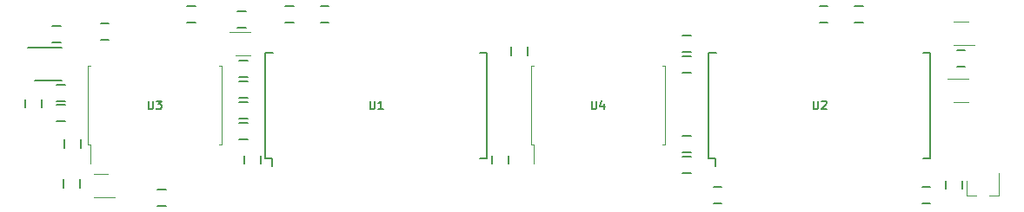
<source format=gto>
G04 #@! TF.GenerationSoftware,KiCad,Pcbnew,(5.1.10-1-10_14)*
G04 #@! TF.CreationDate,2021-06-21T00:00:00-04:00*
G04 #@! TF.ProjectId,MacIIfxRAMSIMM,4d616349-4966-4785-9241-4d53494d4d2e,rev?*
G04 #@! TF.SameCoordinates,Original*
G04 #@! TF.FileFunction,Legend,Top*
G04 #@! TF.FilePolarity,Positive*
%FSLAX46Y46*%
G04 Gerber Fmt 4.6, Leading zero omitted, Abs format (unit mm)*
G04 Created by KiCad (PCBNEW (5.1.10-1-10_14)) date 2021-06-21 00:00:00*
%MOMM*%
%LPD*%
G01*
G04 APERTURE LIST*
%ADD10C,0.152400*%
%ADD11C,0.200000*%
%ADD12C,0.120000*%
%ADD13C,0.127000*%
%ADD14C,0.203200*%
%ADD15C,0.175000*%
%ADD16C,2.150000*%
%ADD17C,2.000000*%
G04 APERTURE END LIST*
D10*
X96685000Y-118680600D02*
X96685000Y-119493400D01*
X95085000Y-118680600D02*
X95085000Y-119493400D01*
D11*
X140335000Y-118937000D02*
X140985000Y-118937000D01*
X140335000Y-108647000D02*
X141080000Y-108647000D01*
X161925000Y-108647000D02*
X161180000Y-108647000D01*
X161925000Y-118937000D02*
X161180000Y-118937000D01*
X140335000Y-118937000D02*
X140335000Y-108647000D01*
X161925000Y-118872000D02*
X161925000Y-108647000D01*
X140985000Y-118937000D02*
X140985000Y-119761000D01*
X97155000Y-118937000D02*
X97805000Y-118937000D01*
X97155000Y-108647000D02*
X97900000Y-108647000D01*
X118745000Y-108647000D02*
X118000000Y-108647000D01*
X118745000Y-118937000D02*
X118000000Y-118937000D01*
X97155000Y-118937000D02*
X97155000Y-108647000D01*
X118745000Y-118872000D02*
X118745000Y-108647000D01*
X97805000Y-118937000D02*
X97805000Y-119761000D01*
D10*
X154533600Y-105702000D02*
X155346400Y-105702000D01*
X154533600Y-104102000D02*
X155346400Y-104102000D01*
X90322400Y-104038500D02*
X89509600Y-104038500D01*
X90322400Y-105638500D02*
X89509600Y-105638500D01*
X95256400Y-104550000D02*
X94443600Y-104550000D01*
X95256400Y-106150000D02*
X94443600Y-106150000D01*
X99098100Y-105638500D02*
X99910900Y-105638500D01*
X99098100Y-104038500D02*
X99910900Y-104038500D01*
X103339900Y-105638500D02*
X102527100Y-105638500D01*
X103339900Y-104038500D02*
X102527100Y-104038500D01*
X151104600Y-104102000D02*
X151917400Y-104102000D01*
X151104600Y-105702000D02*
X151917400Y-105702000D01*
D12*
X94270000Y-108910000D02*
X95680000Y-108910000D01*
X95680000Y-106590000D02*
X93650000Y-106590000D01*
D10*
X77600000Y-117956400D02*
X77600000Y-117143600D01*
X79200000Y-117956400D02*
X79200000Y-117143600D01*
X73750000Y-113193600D02*
X73750000Y-114006400D01*
X75350000Y-113193600D02*
X75350000Y-114006400D01*
X163400000Y-121143600D02*
X163400000Y-121956400D01*
X165000000Y-121143600D02*
X165000000Y-121956400D01*
X86643600Y-123650000D02*
X87456400Y-123650000D01*
X86643600Y-122050000D02*
X87456400Y-122050000D01*
D12*
X165420000Y-122610000D02*
X165420000Y-121150000D01*
X168580000Y-122610000D02*
X168580000Y-120450000D01*
X168580000Y-122610000D02*
X167650000Y-122610000D01*
X165420000Y-122610000D02*
X166350000Y-122610000D01*
X123265000Y-117652000D02*
X123265000Y-119467000D01*
X123030000Y-117652000D02*
X123265000Y-117652000D01*
X123030000Y-113792000D02*
X123030000Y-117652000D01*
X123030000Y-109932000D02*
X123265000Y-109932000D01*
X123030000Y-113792000D02*
X123030000Y-109932000D01*
X136050000Y-117652000D02*
X135815000Y-117652000D01*
X136050000Y-113792000D02*
X136050000Y-117652000D01*
X136050000Y-109932000D02*
X135815000Y-109932000D01*
X136050000Y-113792000D02*
X136050000Y-109932000D01*
D13*
X77300000Y-111350000D02*
X74700000Y-111350000D01*
X74000000Y-108150000D02*
X77300000Y-108150000D01*
D10*
X164493600Y-108400000D02*
X165306400Y-108400000D01*
X164493600Y-110000000D02*
X165306400Y-110000000D01*
X141605900Y-121755000D02*
X140793100Y-121755000D01*
X141605900Y-123355000D02*
X140793100Y-123355000D01*
X137769600Y-120370500D02*
X138582400Y-120370500D01*
X137769600Y-118770500D02*
X138582400Y-118770500D01*
X137769600Y-116738500D02*
X138582400Y-116738500D01*
X137769600Y-118338500D02*
X138582400Y-118338500D01*
X137769600Y-106959500D02*
X138582400Y-106959500D01*
X137769600Y-108559500D02*
X138582400Y-108559500D01*
X137769600Y-110591500D02*
X138582400Y-110591500D01*
X137769600Y-108991500D02*
X138582400Y-108991500D01*
X94589600Y-109372500D02*
X95402400Y-109372500D01*
X94589600Y-110972500D02*
X95402400Y-110972500D01*
X94589600Y-113436500D02*
X95402400Y-113436500D01*
X94589600Y-115036500D02*
X95402400Y-115036500D01*
X94589600Y-117068500D02*
X95402400Y-117068500D01*
X94589600Y-115468500D02*
X95402400Y-115468500D01*
X94589600Y-111404500D02*
X95402400Y-111404500D01*
X94589600Y-113004500D02*
X95402400Y-113004500D01*
D12*
X165630000Y-111140000D02*
X163600000Y-111140000D01*
X164220000Y-113460000D02*
X165630000Y-113460000D01*
X81830000Y-120490000D02*
X80420000Y-120490000D01*
X80420000Y-122810000D02*
X82450000Y-122810000D01*
X165580000Y-105590000D02*
X164170000Y-105590000D01*
X164170000Y-107910000D02*
X166200000Y-107910000D01*
X92870000Y-113792000D02*
X92870000Y-109932000D01*
X92870000Y-109932000D02*
X92635000Y-109932000D01*
X92870000Y-113792000D02*
X92870000Y-117652000D01*
X92870000Y-117652000D02*
X92635000Y-117652000D01*
X79850000Y-113792000D02*
X79850000Y-109932000D01*
X79850000Y-109932000D02*
X80085000Y-109932000D01*
X79850000Y-113792000D02*
X79850000Y-117652000D01*
X79850000Y-117652000D02*
X80085000Y-117652000D01*
X80085000Y-117652000D02*
X80085000Y-119467000D01*
D10*
X76843600Y-113750000D02*
X77656400Y-113750000D01*
X76843600Y-115350000D02*
X77656400Y-115350000D01*
X119215000Y-118680600D02*
X119215000Y-119493400D01*
X120815000Y-118680600D02*
X120815000Y-119493400D01*
X161098600Y-123355000D02*
X161911400Y-123355000D01*
X161098600Y-121755000D02*
X161911400Y-121755000D01*
X81088600Y-105753000D02*
X81901400Y-105753000D01*
X81088600Y-107353000D02*
X81901400Y-107353000D01*
X121056500Y-108864400D02*
X121056500Y-108051600D01*
X122656500Y-108864400D02*
X122656500Y-108051600D01*
X76843600Y-113350000D02*
X77656400Y-113350000D01*
X76843600Y-111750000D02*
X77656400Y-111750000D01*
X79100000Y-121856400D02*
X79100000Y-121043600D01*
X77500000Y-121856400D02*
X77500000Y-121043600D01*
X77206400Y-107600000D02*
X76393600Y-107600000D01*
X77206400Y-106000000D02*
X76393600Y-106000000D01*
D14*
X150510723Y-113346895D02*
X150510723Y-114004876D01*
X150549428Y-114082285D01*
X150588133Y-114120990D01*
X150665542Y-114159695D01*
X150820361Y-114159695D01*
X150897771Y-114120990D01*
X150936476Y-114082285D01*
X150975180Y-114004876D01*
X150975180Y-113346895D01*
X151323523Y-113424304D02*
X151362228Y-113385600D01*
X151439638Y-113346895D01*
X151633161Y-113346895D01*
X151710571Y-113385600D01*
X151749276Y-113424304D01*
X151787980Y-113501714D01*
X151787980Y-113579123D01*
X151749276Y-113695238D01*
X151284819Y-114159695D01*
X151787980Y-114159695D01*
X107330723Y-113346895D02*
X107330723Y-114004876D01*
X107369428Y-114082285D01*
X107408133Y-114120990D01*
X107485542Y-114159695D01*
X107640361Y-114159695D01*
X107717771Y-114120990D01*
X107756476Y-114082285D01*
X107795180Y-114004876D01*
X107795180Y-113346895D01*
X108607980Y-114159695D02*
X108143523Y-114159695D01*
X108375752Y-114159695D02*
X108375752Y-113346895D01*
X108298342Y-113463009D01*
X108220933Y-113540419D01*
X108143523Y-113579123D01*
X128920723Y-113346895D02*
X128920723Y-114004876D01*
X128959428Y-114082285D01*
X128998133Y-114120990D01*
X129075542Y-114159695D01*
X129230361Y-114159695D01*
X129307771Y-114120990D01*
X129346476Y-114082285D01*
X129385180Y-114004876D01*
X129385180Y-113346895D01*
X130120571Y-113617828D02*
X130120571Y-114159695D01*
X129927047Y-113308190D02*
X129733523Y-113888761D01*
X130236685Y-113888761D01*
X85740723Y-113346895D02*
X85740723Y-114004876D01*
X85779428Y-114082285D01*
X85818133Y-114120990D01*
X85895542Y-114159695D01*
X86050361Y-114159695D01*
X86127771Y-114120990D01*
X86166476Y-114082285D01*
X86205180Y-114004876D01*
X86205180Y-113346895D01*
X86514819Y-113346895D02*
X87017980Y-113346895D01*
X86747047Y-113656533D01*
X86863161Y-113656533D01*
X86940571Y-113695238D01*
X86979276Y-113733942D01*
X87017980Y-113811352D01*
X87017980Y-114004876D01*
X86979276Y-114082285D01*
X86940571Y-114120990D01*
X86863161Y-114159695D01*
X86630933Y-114159695D01*
X86553523Y-114120990D01*
X86514819Y-114082285D01*
%LPC*%
D15*
G36*
X163195000Y-127635000D02*
G01*
X123825000Y-127635000D01*
X123317000Y-125031500D01*
X163703000Y-125031500D01*
X163195000Y-127635000D01*
G37*
X163195000Y-127635000D02*
X123825000Y-127635000D01*
X123317000Y-125031500D01*
X163703000Y-125031500D01*
X163195000Y-127635000D01*
G36*
X117475000Y-127635000D02*
G01*
X78105000Y-127635000D01*
X77597000Y-125031500D01*
X117983000Y-125031500D01*
X117475000Y-127635000D01*
G37*
X117475000Y-127635000D02*
X78105000Y-127635000D01*
X77597000Y-125031500D01*
X117983000Y-125031500D01*
X117475000Y-127635000D01*
G36*
G01*
X95422500Y-119362000D02*
X96347500Y-119362000D01*
G75*
G02*
X96635000Y-119649500I0J-287500D01*
G01*
X96635000Y-120224500D01*
G75*
G02*
X96347500Y-120512000I-287500J0D01*
G01*
X95422500Y-120512000D01*
G75*
G02*
X95135000Y-120224500I0J287500D01*
G01*
X95135000Y-119649500D01*
G75*
G02*
X95422500Y-119362000I287500J0D01*
G01*
G37*
G36*
G01*
X95422500Y-117662000D02*
X96347500Y-117662000D01*
G75*
G02*
X96635000Y-117949500I0J-287500D01*
G01*
X96635000Y-118524500D01*
G75*
G02*
X96347500Y-118812000I-287500J0D01*
G01*
X95422500Y-118812000D01*
G75*
G02*
X95135000Y-118524500I0J287500D01*
G01*
X95135000Y-117949500D01*
G75*
G02*
X95422500Y-117662000I287500J0D01*
G01*
G37*
G36*
G01*
X141780000Y-110921000D02*
X141430000Y-110921000D01*
G75*
G02*
X141255000Y-110746000I0J175000D01*
G01*
X141255000Y-107948000D01*
G75*
G02*
X141430000Y-107773000I175000J0D01*
G01*
X141780000Y-107773000D01*
G75*
G02*
X141955000Y-107948000I0J-175000D01*
G01*
X141955000Y-110746000D01*
G75*
G02*
X141780000Y-110921000I-175000J0D01*
G01*
G37*
G36*
G01*
X143050000Y-110921000D02*
X142700000Y-110921000D01*
G75*
G02*
X142525000Y-110746000I0J175000D01*
G01*
X142525000Y-107948000D01*
G75*
G02*
X142700000Y-107773000I175000J0D01*
G01*
X143050000Y-107773000D01*
G75*
G02*
X143225000Y-107948000I0J-175000D01*
G01*
X143225000Y-110746000D01*
G75*
G02*
X143050000Y-110921000I-175000J0D01*
G01*
G37*
G36*
G01*
X144320000Y-110921000D02*
X143970000Y-110921000D01*
G75*
G02*
X143795000Y-110746000I0J175000D01*
G01*
X143795000Y-107948000D01*
G75*
G02*
X143970000Y-107773000I175000J0D01*
G01*
X144320000Y-107773000D01*
G75*
G02*
X144495000Y-107948000I0J-175000D01*
G01*
X144495000Y-110746000D01*
G75*
G02*
X144320000Y-110921000I-175000J0D01*
G01*
G37*
G36*
G01*
X145590000Y-110921000D02*
X145240000Y-110921000D01*
G75*
G02*
X145065000Y-110746000I0J175000D01*
G01*
X145065000Y-107948000D01*
G75*
G02*
X145240000Y-107773000I175000J0D01*
G01*
X145590000Y-107773000D01*
G75*
G02*
X145765000Y-107948000I0J-175000D01*
G01*
X145765000Y-110746000D01*
G75*
G02*
X145590000Y-110921000I-175000J0D01*
G01*
G37*
G36*
G01*
X156670000Y-107773000D02*
X157020000Y-107773000D01*
G75*
G02*
X157195000Y-107948000I0J-175000D01*
G01*
X157195000Y-110746000D01*
G75*
G02*
X157020000Y-110921000I-175000J0D01*
G01*
X156670000Y-110921000D01*
G75*
G02*
X156495000Y-110746000I0J175000D01*
G01*
X156495000Y-107948000D01*
G75*
G02*
X156670000Y-107773000I175000J0D01*
G01*
G37*
G36*
G01*
X157940000Y-107773000D02*
X158290000Y-107773000D01*
G75*
G02*
X158465000Y-107948000I0J-175000D01*
G01*
X158465000Y-110746000D01*
G75*
G02*
X158290000Y-110921000I-175000J0D01*
G01*
X157940000Y-110921000D01*
G75*
G02*
X157765000Y-110746000I0J175000D01*
G01*
X157765000Y-107948000D01*
G75*
G02*
X157940000Y-107773000I175000J0D01*
G01*
G37*
G36*
G01*
X159210000Y-107773000D02*
X159560000Y-107773000D01*
G75*
G02*
X159735000Y-107948000I0J-175000D01*
G01*
X159735000Y-110746000D01*
G75*
G02*
X159560000Y-110921000I-175000J0D01*
G01*
X159210000Y-110921000D01*
G75*
G02*
X159035000Y-110746000I0J175000D01*
G01*
X159035000Y-107948000D01*
G75*
G02*
X159210000Y-107773000I175000J0D01*
G01*
G37*
G36*
G01*
X160480000Y-107773000D02*
X160830000Y-107773000D01*
G75*
G02*
X161005000Y-107948000I0J-175000D01*
G01*
X161005000Y-110746000D01*
G75*
G02*
X160830000Y-110921000I-175000J0D01*
G01*
X160480000Y-110921000D01*
G75*
G02*
X160305000Y-110746000I0J175000D01*
G01*
X160305000Y-107948000D01*
G75*
G02*
X160480000Y-107773000I175000J0D01*
G01*
G37*
G36*
G01*
X160830000Y-119811000D02*
X160480000Y-119811000D01*
G75*
G02*
X160305000Y-119636000I0J175000D01*
G01*
X160305000Y-116838000D01*
G75*
G02*
X160480000Y-116663000I175000J0D01*
G01*
X160830000Y-116663000D01*
G75*
G02*
X161005000Y-116838000I0J-175000D01*
G01*
X161005000Y-119636000D01*
G75*
G02*
X160830000Y-119811000I-175000J0D01*
G01*
G37*
G36*
G01*
X159560000Y-119811000D02*
X159210000Y-119811000D01*
G75*
G02*
X159035000Y-119636000I0J175000D01*
G01*
X159035000Y-116838000D01*
G75*
G02*
X159210000Y-116663000I175000J0D01*
G01*
X159560000Y-116663000D01*
G75*
G02*
X159735000Y-116838000I0J-175000D01*
G01*
X159735000Y-119636000D01*
G75*
G02*
X159560000Y-119811000I-175000J0D01*
G01*
G37*
G36*
G01*
X149400000Y-119811000D02*
X149050000Y-119811000D01*
G75*
G02*
X148875000Y-119636000I0J175000D01*
G01*
X148875000Y-116838000D01*
G75*
G02*
X149050000Y-116663000I175000J0D01*
G01*
X149400000Y-116663000D01*
G75*
G02*
X149575000Y-116838000I0J-175000D01*
G01*
X149575000Y-119636000D01*
G75*
G02*
X149400000Y-119811000I-175000J0D01*
G01*
G37*
G36*
G01*
X149400000Y-110921000D02*
X149050000Y-110921000D01*
G75*
G02*
X148875000Y-110746000I0J175000D01*
G01*
X148875000Y-107948000D01*
G75*
G02*
X149050000Y-107773000I175000J0D01*
G01*
X149400000Y-107773000D01*
G75*
G02*
X149575000Y-107948000I0J-175000D01*
G01*
X149575000Y-110746000D01*
G75*
G02*
X149400000Y-110921000I-175000J0D01*
G01*
G37*
G36*
G01*
X150670000Y-110921000D02*
X150320000Y-110921000D01*
G75*
G02*
X150145000Y-110746000I0J175000D01*
G01*
X150145000Y-107948000D01*
G75*
G02*
X150320000Y-107773000I175000J0D01*
G01*
X150670000Y-107773000D01*
G75*
G02*
X150845000Y-107948000I0J-175000D01*
G01*
X150845000Y-110746000D01*
G75*
G02*
X150670000Y-110921000I-175000J0D01*
G01*
G37*
G36*
G01*
X151940000Y-110921000D02*
X151590000Y-110921000D01*
G75*
G02*
X151415000Y-110746000I0J175000D01*
G01*
X151415000Y-107948000D01*
G75*
G02*
X151590000Y-107773000I175000J0D01*
G01*
X151940000Y-107773000D01*
G75*
G02*
X152115000Y-107948000I0J-175000D01*
G01*
X152115000Y-110746000D01*
G75*
G02*
X151940000Y-110921000I-175000J0D01*
G01*
G37*
G36*
G01*
X153210000Y-110921000D02*
X152860000Y-110921000D01*
G75*
G02*
X152685000Y-110746000I0J175000D01*
G01*
X152685000Y-107948000D01*
G75*
G02*
X152860000Y-107773000I175000J0D01*
G01*
X153210000Y-107773000D01*
G75*
G02*
X153385000Y-107948000I0J-175000D01*
G01*
X153385000Y-110746000D01*
G75*
G02*
X153210000Y-110921000I-175000J0D01*
G01*
G37*
G36*
G01*
X154480000Y-110921000D02*
X154130000Y-110921000D01*
G75*
G02*
X153955000Y-110746000I0J175000D01*
G01*
X153955000Y-107948000D01*
G75*
G02*
X154130000Y-107773000I175000J0D01*
G01*
X154480000Y-107773000D01*
G75*
G02*
X154655000Y-107948000I0J-175000D01*
G01*
X154655000Y-110746000D01*
G75*
G02*
X154480000Y-110921000I-175000J0D01*
G01*
G37*
G36*
G01*
X157020000Y-119811000D02*
X156670000Y-119811000D01*
G75*
G02*
X156495000Y-119636000I0J175000D01*
G01*
X156495000Y-116838000D01*
G75*
G02*
X156670000Y-116663000I175000J0D01*
G01*
X157020000Y-116663000D01*
G75*
G02*
X157195000Y-116838000I0J-175000D01*
G01*
X157195000Y-119636000D01*
G75*
G02*
X157020000Y-119811000I-175000J0D01*
G01*
G37*
G36*
G01*
X155750000Y-119811000D02*
X155400000Y-119811000D01*
G75*
G02*
X155225000Y-119636000I0J175000D01*
G01*
X155225000Y-116838000D01*
G75*
G02*
X155400000Y-116663000I175000J0D01*
G01*
X155750000Y-116663000D01*
G75*
G02*
X155925000Y-116838000I0J-175000D01*
G01*
X155925000Y-119636000D01*
G75*
G02*
X155750000Y-119811000I-175000J0D01*
G01*
G37*
G36*
G01*
X154480000Y-119811000D02*
X154130000Y-119811000D01*
G75*
G02*
X153955000Y-119636000I0J175000D01*
G01*
X153955000Y-116838000D01*
G75*
G02*
X154130000Y-116663000I175000J0D01*
G01*
X154480000Y-116663000D01*
G75*
G02*
X154655000Y-116838000I0J-175000D01*
G01*
X154655000Y-119636000D01*
G75*
G02*
X154480000Y-119811000I-175000J0D01*
G01*
G37*
G36*
G01*
X153210000Y-119811000D02*
X152860000Y-119811000D01*
G75*
G02*
X152685000Y-119636000I0J175000D01*
G01*
X152685000Y-116838000D01*
G75*
G02*
X152860000Y-116663000I175000J0D01*
G01*
X153210000Y-116663000D01*
G75*
G02*
X153385000Y-116838000I0J-175000D01*
G01*
X153385000Y-119636000D01*
G75*
G02*
X153210000Y-119811000I-175000J0D01*
G01*
G37*
G36*
G01*
X151940000Y-119811000D02*
X151590000Y-119811000D01*
G75*
G02*
X151415000Y-119636000I0J175000D01*
G01*
X151415000Y-116838000D01*
G75*
G02*
X151590000Y-116663000I175000J0D01*
G01*
X151940000Y-116663000D01*
G75*
G02*
X152115000Y-116838000I0J-175000D01*
G01*
X152115000Y-119636000D01*
G75*
G02*
X151940000Y-119811000I-175000J0D01*
G01*
G37*
G36*
G01*
X146860000Y-119811000D02*
X146510000Y-119811000D01*
G75*
G02*
X146335000Y-119636000I0J175000D01*
G01*
X146335000Y-116838000D01*
G75*
G02*
X146510000Y-116663000I175000J0D01*
G01*
X146860000Y-116663000D01*
G75*
G02*
X147035000Y-116838000I0J-175000D01*
G01*
X147035000Y-119636000D01*
G75*
G02*
X146860000Y-119811000I-175000J0D01*
G01*
G37*
G36*
G01*
X145590000Y-119811000D02*
X145240000Y-119811000D01*
G75*
G02*
X145065000Y-119636000I0J175000D01*
G01*
X145065000Y-116838000D01*
G75*
G02*
X145240000Y-116663000I175000J0D01*
G01*
X145590000Y-116663000D01*
G75*
G02*
X145765000Y-116838000I0J-175000D01*
G01*
X145765000Y-119636000D01*
G75*
G02*
X145590000Y-119811000I-175000J0D01*
G01*
G37*
G36*
G01*
X144320000Y-119811000D02*
X143970000Y-119811000D01*
G75*
G02*
X143795000Y-119636000I0J175000D01*
G01*
X143795000Y-116838000D01*
G75*
G02*
X143970000Y-116663000I175000J0D01*
G01*
X144320000Y-116663000D01*
G75*
G02*
X144495000Y-116838000I0J-175000D01*
G01*
X144495000Y-119636000D01*
G75*
G02*
X144320000Y-119811000I-175000J0D01*
G01*
G37*
G36*
G01*
X143050000Y-119811000D02*
X142700000Y-119811000D01*
G75*
G02*
X142525000Y-119636000I0J175000D01*
G01*
X142525000Y-116838000D01*
G75*
G02*
X142700000Y-116663000I175000J0D01*
G01*
X143050000Y-116663000D01*
G75*
G02*
X143225000Y-116838000I0J-175000D01*
G01*
X143225000Y-119636000D01*
G75*
G02*
X143050000Y-119811000I-175000J0D01*
G01*
G37*
G36*
G01*
X141780000Y-119811000D02*
X141430000Y-119811000D01*
G75*
G02*
X141255000Y-119636000I0J175000D01*
G01*
X141255000Y-116838000D01*
G75*
G02*
X141430000Y-116663000I175000J0D01*
G01*
X141780000Y-116663000D01*
G75*
G02*
X141955000Y-116838000I0J-175000D01*
G01*
X141955000Y-119636000D01*
G75*
G02*
X141780000Y-119811000I-175000J0D01*
G01*
G37*
G36*
G01*
X155750000Y-110921000D02*
X155400000Y-110921000D01*
G75*
G02*
X155225000Y-110746000I0J175000D01*
G01*
X155225000Y-107948000D01*
G75*
G02*
X155400000Y-107773000I175000J0D01*
G01*
X155750000Y-107773000D01*
G75*
G02*
X155925000Y-107948000I0J-175000D01*
G01*
X155925000Y-110746000D01*
G75*
G02*
X155750000Y-110921000I-175000J0D01*
G01*
G37*
G36*
G01*
X148130000Y-119811000D02*
X147780000Y-119811000D01*
G75*
G02*
X147605000Y-119636000I0J175000D01*
G01*
X147605000Y-116838000D01*
G75*
G02*
X147780000Y-116663000I175000J0D01*
G01*
X148130000Y-116663000D01*
G75*
G02*
X148305000Y-116838000I0J-175000D01*
G01*
X148305000Y-119636000D01*
G75*
G02*
X148130000Y-119811000I-175000J0D01*
G01*
G37*
G36*
G01*
X150670000Y-119811000D02*
X150320000Y-119811000D01*
G75*
G02*
X150145000Y-119636000I0J175000D01*
G01*
X150145000Y-116838000D01*
G75*
G02*
X150320000Y-116663000I175000J0D01*
G01*
X150670000Y-116663000D01*
G75*
G02*
X150845000Y-116838000I0J-175000D01*
G01*
X150845000Y-119636000D01*
G75*
G02*
X150670000Y-119811000I-175000J0D01*
G01*
G37*
G36*
G01*
X158290000Y-119811000D02*
X157940000Y-119811000D01*
G75*
G02*
X157765000Y-119636000I0J175000D01*
G01*
X157765000Y-116838000D01*
G75*
G02*
X157940000Y-116663000I175000J0D01*
G01*
X158290000Y-116663000D01*
G75*
G02*
X158465000Y-116838000I0J-175000D01*
G01*
X158465000Y-119636000D01*
G75*
G02*
X158290000Y-119811000I-175000J0D01*
G01*
G37*
G36*
G01*
X148130000Y-110921000D02*
X147780000Y-110921000D01*
G75*
G02*
X147605000Y-110746000I0J175000D01*
G01*
X147605000Y-107948000D01*
G75*
G02*
X147780000Y-107773000I175000J0D01*
G01*
X148130000Y-107773000D01*
G75*
G02*
X148305000Y-107948000I0J-175000D01*
G01*
X148305000Y-110746000D01*
G75*
G02*
X148130000Y-110921000I-175000J0D01*
G01*
G37*
G36*
G01*
X146860000Y-110921000D02*
X146510000Y-110921000D01*
G75*
G02*
X146335000Y-110746000I0J175000D01*
G01*
X146335000Y-107948000D01*
G75*
G02*
X146510000Y-107773000I175000J0D01*
G01*
X146860000Y-107773000D01*
G75*
G02*
X147035000Y-107948000I0J-175000D01*
G01*
X147035000Y-110746000D01*
G75*
G02*
X146860000Y-110921000I-175000J0D01*
G01*
G37*
G36*
G01*
X98600000Y-110921000D02*
X98250000Y-110921000D01*
G75*
G02*
X98075000Y-110746000I0J175000D01*
G01*
X98075000Y-107948000D01*
G75*
G02*
X98250000Y-107773000I175000J0D01*
G01*
X98600000Y-107773000D01*
G75*
G02*
X98775000Y-107948000I0J-175000D01*
G01*
X98775000Y-110746000D01*
G75*
G02*
X98600000Y-110921000I-175000J0D01*
G01*
G37*
G36*
G01*
X99870000Y-110921000D02*
X99520000Y-110921000D01*
G75*
G02*
X99345000Y-110746000I0J175000D01*
G01*
X99345000Y-107948000D01*
G75*
G02*
X99520000Y-107773000I175000J0D01*
G01*
X99870000Y-107773000D01*
G75*
G02*
X100045000Y-107948000I0J-175000D01*
G01*
X100045000Y-110746000D01*
G75*
G02*
X99870000Y-110921000I-175000J0D01*
G01*
G37*
G36*
G01*
X101140000Y-110921000D02*
X100790000Y-110921000D01*
G75*
G02*
X100615000Y-110746000I0J175000D01*
G01*
X100615000Y-107948000D01*
G75*
G02*
X100790000Y-107773000I175000J0D01*
G01*
X101140000Y-107773000D01*
G75*
G02*
X101315000Y-107948000I0J-175000D01*
G01*
X101315000Y-110746000D01*
G75*
G02*
X101140000Y-110921000I-175000J0D01*
G01*
G37*
G36*
G01*
X102410000Y-110921000D02*
X102060000Y-110921000D01*
G75*
G02*
X101885000Y-110746000I0J175000D01*
G01*
X101885000Y-107948000D01*
G75*
G02*
X102060000Y-107773000I175000J0D01*
G01*
X102410000Y-107773000D01*
G75*
G02*
X102585000Y-107948000I0J-175000D01*
G01*
X102585000Y-110746000D01*
G75*
G02*
X102410000Y-110921000I-175000J0D01*
G01*
G37*
G36*
G01*
X113490000Y-107773000D02*
X113840000Y-107773000D01*
G75*
G02*
X114015000Y-107948000I0J-175000D01*
G01*
X114015000Y-110746000D01*
G75*
G02*
X113840000Y-110921000I-175000J0D01*
G01*
X113490000Y-110921000D01*
G75*
G02*
X113315000Y-110746000I0J175000D01*
G01*
X113315000Y-107948000D01*
G75*
G02*
X113490000Y-107773000I175000J0D01*
G01*
G37*
G36*
G01*
X114760000Y-107773000D02*
X115110000Y-107773000D01*
G75*
G02*
X115285000Y-107948000I0J-175000D01*
G01*
X115285000Y-110746000D01*
G75*
G02*
X115110000Y-110921000I-175000J0D01*
G01*
X114760000Y-110921000D01*
G75*
G02*
X114585000Y-110746000I0J175000D01*
G01*
X114585000Y-107948000D01*
G75*
G02*
X114760000Y-107773000I175000J0D01*
G01*
G37*
G36*
G01*
X116030000Y-107773000D02*
X116380000Y-107773000D01*
G75*
G02*
X116555000Y-107948000I0J-175000D01*
G01*
X116555000Y-110746000D01*
G75*
G02*
X116380000Y-110921000I-175000J0D01*
G01*
X116030000Y-110921000D01*
G75*
G02*
X115855000Y-110746000I0J175000D01*
G01*
X115855000Y-107948000D01*
G75*
G02*
X116030000Y-107773000I175000J0D01*
G01*
G37*
G36*
G01*
X117300000Y-107773000D02*
X117650000Y-107773000D01*
G75*
G02*
X117825000Y-107948000I0J-175000D01*
G01*
X117825000Y-110746000D01*
G75*
G02*
X117650000Y-110921000I-175000J0D01*
G01*
X117300000Y-110921000D01*
G75*
G02*
X117125000Y-110746000I0J175000D01*
G01*
X117125000Y-107948000D01*
G75*
G02*
X117300000Y-107773000I175000J0D01*
G01*
G37*
G36*
G01*
X117650000Y-119811000D02*
X117300000Y-119811000D01*
G75*
G02*
X117125000Y-119636000I0J175000D01*
G01*
X117125000Y-116838000D01*
G75*
G02*
X117300000Y-116663000I175000J0D01*
G01*
X117650000Y-116663000D01*
G75*
G02*
X117825000Y-116838000I0J-175000D01*
G01*
X117825000Y-119636000D01*
G75*
G02*
X117650000Y-119811000I-175000J0D01*
G01*
G37*
G36*
G01*
X116380000Y-119811000D02*
X116030000Y-119811000D01*
G75*
G02*
X115855000Y-119636000I0J175000D01*
G01*
X115855000Y-116838000D01*
G75*
G02*
X116030000Y-116663000I175000J0D01*
G01*
X116380000Y-116663000D01*
G75*
G02*
X116555000Y-116838000I0J-175000D01*
G01*
X116555000Y-119636000D01*
G75*
G02*
X116380000Y-119811000I-175000J0D01*
G01*
G37*
G36*
G01*
X106220000Y-119811000D02*
X105870000Y-119811000D01*
G75*
G02*
X105695000Y-119636000I0J175000D01*
G01*
X105695000Y-116838000D01*
G75*
G02*
X105870000Y-116663000I175000J0D01*
G01*
X106220000Y-116663000D01*
G75*
G02*
X106395000Y-116838000I0J-175000D01*
G01*
X106395000Y-119636000D01*
G75*
G02*
X106220000Y-119811000I-175000J0D01*
G01*
G37*
G36*
G01*
X106220000Y-110921000D02*
X105870000Y-110921000D01*
G75*
G02*
X105695000Y-110746000I0J175000D01*
G01*
X105695000Y-107948000D01*
G75*
G02*
X105870000Y-107773000I175000J0D01*
G01*
X106220000Y-107773000D01*
G75*
G02*
X106395000Y-107948000I0J-175000D01*
G01*
X106395000Y-110746000D01*
G75*
G02*
X106220000Y-110921000I-175000J0D01*
G01*
G37*
G36*
G01*
X107490000Y-110921000D02*
X107140000Y-110921000D01*
G75*
G02*
X106965000Y-110746000I0J175000D01*
G01*
X106965000Y-107948000D01*
G75*
G02*
X107140000Y-107773000I175000J0D01*
G01*
X107490000Y-107773000D01*
G75*
G02*
X107665000Y-107948000I0J-175000D01*
G01*
X107665000Y-110746000D01*
G75*
G02*
X107490000Y-110921000I-175000J0D01*
G01*
G37*
G36*
G01*
X108760000Y-110921000D02*
X108410000Y-110921000D01*
G75*
G02*
X108235000Y-110746000I0J175000D01*
G01*
X108235000Y-107948000D01*
G75*
G02*
X108410000Y-107773000I175000J0D01*
G01*
X108760000Y-107773000D01*
G75*
G02*
X108935000Y-107948000I0J-175000D01*
G01*
X108935000Y-110746000D01*
G75*
G02*
X108760000Y-110921000I-175000J0D01*
G01*
G37*
G36*
G01*
X110030000Y-110921000D02*
X109680000Y-110921000D01*
G75*
G02*
X109505000Y-110746000I0J175000D01*
G01*
X109505000Y-107948000D01*
G75*
G02*
X109680000Y-107773000I175000J0D01*
G01*
X110030000Y-107773000D01*
G75*
G02*
X110205000Y-107948000I0J-175000D01*
G01*
X110205000Y-110746000D01*
G75*
G02*
X110030000Y-110921000I-175000J0D01*
G01*
G37*
G36*
G01*
X111300000Y-110921000D02*
X110950000Y-110921000D01*
G75*
G02*
X110775000Y-110746000I0J175000D01*
G01*
X110775000Y-107948000D01*
G75*
G02*
X110950000Y-107773000I175000J0D01*
G01*
X111300000Y-107773000D01*
G75*
G02*
X111475000Y-107948000I0J-175000D01*
G01*
X111475000Y-110746000D01*
G75*
G02*
X111300000Y-110921000I-175000J0D01*
G01*
G37*
G36*
G01*
X113840000Y-119811000D02*
X113490000Y-119811000D01*
G75*
G02*
X113315000Y-119636000I0J175000D01*
G01*
X113315000Y-116838000D01*
G75*
G02*
X113490000Y-116663000I175000J0D01*
G01*
X113840000Y-116663000D01*
G75*
G02*
X114015000Y-116838000I0J-175000D01*
G01*
X114015000Y-119636000D01*
G75*
G02*
X113840000Y-119811000I-175000J0D01*
G01*
G37*
G36*
G01*
X112570000Y-119811000D02*
X112220000Y-119811000D01*
G75*
G02*
X112045000Y-119636000I0J175000D01*
G01*
X112045000Y-116838000D01*
G75*
G02*
X112220000Y-116663000I175000J0D01*
G01*
X112570000Y-116663000D01*
G75*
G02*
X112745000Y-116838000I0J-175000D01*
G01*
X112745000Y-119636000D01*
G75*
G02*
X112570000Y-119811000I-175000J0D01*
G01*
G37*
G36*
G01*
X111300000Y-119811000D02*
X110950000Y-119811000D01*
G75*
G02*
X110775000Y-119636000I0J175000D01*
G01*
X110775000Y-116838000D01*
G75*
G02*
X110950000Y-116663000I175000J0D01*
G01*
X111300000Y-116663000D01*
G75*
G02*
X111475000Y-116838000I0J-175000D01*
G01*
X111475000Y-119636000D01*
G75*
G02*
X111300000Y-119811000I-175000J0D01*
G01*
G37*
G36*
G01*
X110030000Y-119811000D02*
X109680000Y-119811000D01*
G75*
G02*
X109505000Y-119636000I0J175000D01*
G01*
X109505000Y-116838000D01*
G75*
G02*
X109680000Y-116663000I175000J0D01*
G01*
X110030000Y-116663000D01*
G75*
G02*
X110205000Y-116838000I0J-175000D01*
G01*
X110205000Y-119636000D01*
G75*
G02*
X110030000Y-119811000I-175000J0D01*
G01*
G37*
G36*
G01*
X108760000Y-119811000D02*
X108410000Y-119811000D01*
G75*
G02*
X108235000Y-119636000I0J175000D01*
G01*
X108235000Y-116838000D01*
G75*
G02*
X108410000Y-116663000I175000J0D01*
G01*
X108760000Y-116663000D01*
G75*
G02*
X108935000Y-116838000I0J-175000D01*
G01*
X108935000Y-119636000D01*
G75*
G02*
X108760000Y-119811000I-175000J0D01*
G01*
G37*
G36*
G01*
X103680000Y-119811000D02*
X103330000Y-119811000D01*
G75*
G02*
X103155000Y-119636000I0J175000D01*
G01*
X103155000Y-116838000D01*
G75*
G02*
X103330000Y-116663000I175000J0D01*
G01*
X103680000Y-116663000D01*
G75*
G02*
X103855000Y-116838000I0J-175000D01*
G01*
X103855000Y-119636000D01*
G75*
G02*
X103680000Y-119811000I-175000J0D01*
G01*
G37*
G36*
G01*
X102410000Y-119811000D02*
X102060000Y-119811000D01*
G75*
G02*
X101885000Y-119636000I0J175000D01*
G01*
X101885000Y-116838000D01*
G75*
G02*
X102060000Y-116663000I175000J0D01*
G01*
X102410000Y-116663000D01*
G75*
G02*
X102585000Y-116838000I0J-175000D01*
G01*
X102585000Y-119636000D01*
G75*
G02*
X102410000Y-119811000I-175000J0D01*
G01*
G37*
G36*
G01*
X101140000Y-119811000D02*
X100790000Y-119811000D01*
G75*
G02*
X100615000Y-119636000I0J175000D01*
G01*
X100615000Y-116838000D01*
G75*
G02*
X100790000Y-116663000I175000J0D01*
G01*
X101140000Y-116663000D01*
G75*
G02*
X101315000Y-116838000I0J-175000D01*
G01*
X101315000Y-119636000D01*
G75*
G02*
X101140000Y-119811000I-175000J0D01*
G01*
G37*
G36*
G01*
X99870000Y-119811000D02*
X99520000Y-119811000D01*
G75*
G02*
X99345000Y-119636000I0J175000D01*
G01*
X99345000Y-116838000D01*
G75*
G02*
X99520000Y-116663000I175000J0D01*
G01*
X99870000Y-116663000D01*
G75*
G02*
X100045000Y-116838000I0J-175000D01*
G01*
X100045000Y-119636000D01*
G75*
G02*
X99870000Y-119811000I-175000J0D01*
G01*
G37*
G36*
G01*
X98600000Y-119811000D02*
X98250000Y-119811000D01*
G75*
G02*
X98075000Y-119636000I0J175000D01*
G01*
X98075000Y-116838000D01*
G75*
G02*
X98250000Y-116663000I175000J0D01*
G01*
X98600000Y-116663000D01*
G75*
G02*
X98775000Y-116838000I0J-175000D01*
G01*
X98775000Y-119636000D01*
G75*
G02*
X98600000Y-119811000I-175000J0D01*
G01*
G37*
G36*
G01*
X112570000Y-110921000D02*
X112220000Y-110921000D01*
G75*
G02*
X112045000Y-110746000I0J175000D01*
G01*
X112045000Y-107948000D01*
G75*
G02*
X112220000Y-107773000I175000J0D01*
G01*
X112570000Y-107773000D01*
G75*
G02*
X112745000Y-107948000I0J-175000D01*
G01*
X112745000Y-110746000D01*
G75*
G02*
X112570000Y-110921000I-175000J0D01*
G01*
G37*
G36*
G01*
X104950000Y-119811000D02*
X104600000Y-119811000D01*
G75*
G02*
X104425000Y-119636000I0J175000D01*
G01*
X104425000Y-116838000D01*
G75*
G02*
X104600000Y-116663000I175000J0D01*
G01*
X104950000Y-116663000D01*
G75*
G02*
X105125000Y-116838000I0J-175000D01*
G01*
X105125000Y-119636000D01*
G75*
G02*
X104950000Y-119811000I-175000J0D01*
G01*
G37*
G36*
G01*
X107490000Y-119811000D02*
X107140000Y-119811000D01*
G75*
G02*
X106965000Y-119636000I0J175000D01*
G01*
X106965000Y-116838000D01*
G75*
G02*
X107140000Y-116663000I175000J0D01*
G01*
X107490000Y-116663000D01*
G75*
G02*
X107665000Y-116838000I0J-175000D01*
G01*
X107665000Y-119636000D01*
G75*
G02*
X107490000Y-119811000I-175000J0D01*
G01*
G37*
G36*
G01*
X115110000Y-119811000D02*
X114760000Y-119811000D01*
G75*
G02*
X114585000Y-119636000I0J175000D01*
G01*
X114585000Y-116838000D01*
G75*
G02*
X114760000Y-116663000I175000J0D01*
G01*
X115110000Y-116663000D01*
G75*
G02*
X115285000Y-116838000I0J-175000D01*
G01*
X115285000Y-119636000D01*
G75*
G02*
X115110000Y-119811000I-175000J0D01*
G01*
G37*
G36*
G01*
X104950000Y-110921000D02*
X104600000Y-110921000D01*
G75*
G02*
X104425000Y-110746000I0J175000D01*
G01*
X104425000Y-107948000D01*
G75*
G02*
X104600000Y-107773000I175000J0D01*
G01*
X104950000Y-107773000D01*
G75*
G02*
X105125000Y-107948000I0J-175000D01*
G01*
X105125000Y-110746000D01*
G75*
G02*
X104950000Y-110921000I-175000J0D01*
G01*
G37*
G36*
G01*
X103680000Y-110921000D02*
X103330000Y-110921000D01*
G75*
G02*
X103155000Y-110746000I0J175000D01*
G01*
X103155000Y-107948000D01*
G75*
G02*
X103330000Y-107773000I175000J0D01*
G01*
X103680000Y-107773000D01*
G75*
G02*
X103855000Y-107948000I0J-175000D01*
G01*
X103855000Y-110746000D01*
G75*
G02*
X103680000Y-110921000I-175000J0D01*
G01*
G37*
G36*
G01*
X155415000Y-105414500D02*
X155415000Y-104389500D01*
G75*
G02*
X155652500Y-104152000I237500J0D01*
G01*
X156127500Y-104152000D01*
G75*
G02*
X156365000Y-104389500I0J-237500D01*
G01*
X156365000Y-105414500D01*
G75*
G02*
X156127500Y-105652000I-237500J0D01*
G01*
X155652500Y-105652000D01*
G75*
G02*
X155415000Y-105414500I0J237500D01*
G01*
G37*
G36*
G01*
X153515000Y-105414500D02*
X153515000Y-104389500D01*
G75*
G02*
X153752500Y-104152000I237500J0D01*
G01*
X154227500Y-104152000D01*
G75*
G02*
X154465000Y-104389500I0J-237500D01*
G01*
X154465000Y-105414500D01*
G75*
G02*
X154227500Y-105652000I-237500J0D01*
G01*
X153752500Y-105652000D01*
G75*
G02*
X153515000Y-105414500I0J237500D01*
G01*
G37*
G36*
G01*
X91341000Y-104326000D02*
X91341000Y-105351000D01*
G75*
G02*
X91103500Y-105588500I-237500J0D01*
G01*
X90628500Y-105588500D01*
G75*
G02*
X90391000Y-105351000I0J237500D01*
G01*
X90391000Y-104326000D01*
G75*
G02*
X90628500Y-104088500I237500J0D01*
G01*
X91103500Y-104088500D01*
G75*
G02*
X91341000Y-104326000I0J-237500D01*
G01*
G37*
G36*
G01*
X89441000Y-104326000D02*
X89441000Y-105351000D01*
G75*
G02*
X89203500Y-105588500I-237500J0D01*
G01*
X88728500Y-105588500D01*
G75*
G02*
X88491000Y-105351000I0J237500D01*
G01*
X88491000Y-104326000D01*
G75*
G02*
X88728500Y-104088500I237500J0D01*
G01*
X89203500Y-104088500D01*
G75*
G02*
X89441000Y-104326000I0J-237500D01*
G01*
G37*
G36*
G01*
X96275000Y-104887500D02*
X96275000Y-105812500D01*
G75*
G02*
X95987500Y-106100000I-287500J0D01*
G01*
X95412500Y-106100000D01*
G75*
G02*
X95125000Y-105812500I0J287500D01*
G01*
X95125000Y-104887500D01*
G75*
G02*
X95412500Y-104600000I287500J0D01*
G01*
X95987500Y-104600000D01*
G75*
G02*
X96275000Y-104887500I0J-287500D01*
G01*
G37*
G36*
G01*
X94575000Y-104887500D02*
X94575000Y-105812500D01*
G75*
G02*
X94287500Y-106100000I-287500J0D01*
G01*
X93712500Y-106100000D01*
G75*
G02*
X93425000Y-105812500I0J287500D01*
G01*
X93425000Y-104887500D01*
G75*
G02*
X93712500Y-104600000I287500J0D01*
G01*
X94287500Y-104600000D01*
G75*
G02*
X94575000Y-104887500I0J-287500D01*
G01*
G37*
G36*
G01*
X99979500Y-105351000D02*
X99979500Y-104326000D01*
G75*
G02*
X100217000Y-104088500I237500J0D01*
G01*
X100692000Y-104088500D01*
G75*
G02*
X100929500Y-104326000I0J-237500D01*
G01*
X100929500Y-105351000D01*
G75*
G02*
X100692000Y-105588500I-237500J0D01*
G01*
X100217000Y-105588500D01*
G75*
G02*
X99979500Y-105351000I0J237500D01*
G01*
G37*
G36*
G01*
X98079500Y-105351000D02*
X98079500Y-104326000D01*
G75*
G02*
X98317000Y-104088500I237500J0D01*
G01*
X98792000Y-104088500D01*
G75*
G02*
X99029500Y-104326000I0J-237500D01*
G01*
X99029500Y-105351000D01*
G75*
G02*
X98792000Y-105588500I-237500J0D01*
G01*
X98317000Y-105588500D01*
G75*
G02*
X98079500Y-105351000I0J237500D01*
G01*
G37*
G36*
G01*
X104358500Y-104326000D02*
X104358500Y-105351000D01*
G75*
G02*
X104121000Y-105588500I-237500J0D01*
G01*
X103646000Y-105588500D01*
G75*
G02*
X103408500Y-105351000I0J237500D01*
G01*
X103408500Y-104326000D01*
G75*
G02*
X103646000Y-104088500I237500J0D01*
G01*
X104121000Y-104088500D01*
G75*
G02*
X104358500Y-104326000I0J-237500D01*
G01*
G37*
G36*
G01*
X102458500Y-104326000D02*
X102458500Y-105351000D01*
G75*
G02*
X102221000Y-105588500I-237500J0D01*
G01*
X101746000Y-105588500D01*
G75*
G02*
X101508500Y-105351000I0J237500D01*
G01*
X101508500Y-104326000D01*
G75*
G02*
X101746000Y-104088500I237500J0D01*
G01*
X102221000Y-104088500D01*
G75*
G02*
X102458500Y-104326000I0J-237500D01*
G01*
G37*
G36*
G01*
X150086000Y-105414500D02*
X150086000Y-104389500D01*
G75*
G02*
X150323500Y-104152000I237500J0D01*
G01*
X150798500Y-104152000D01*
G75*
G02*
X151036000Y-104389500I0J-237500D01*
G01*
X151036000Y-105414500D01*
G75*
G02*
X150798500Y-105652000I-237500J0D01*
G01*
X150323500Y-105652000D01*
G75*
G02*
X150086000Y-105414500I0J237500D01*
G01*
G37*
G36*
G01*
X151986000Y-105414500D02*
X151986000Y-104389500D01*
G75*
G02*
X152223500Y-104152000I237500J0D01*
G01*
X152698500Y-104152000D01*
G75*
G02*
X152936000Y-104389500I0J-237500D01*
G01*
X152936000Y-105414500D01*
G75*
G02*
X152698500Y-105652000I-237500J0D01*
G01*
X152223500Y-105652000D01*
G75*
G02*
X151986000Y-105414500I0J237500D01*
G01*
G37*
G36*
G01*
X93560000Y-108520000D02*
X93560000Y-108280000D01*
G75*
G02*
X93680000Y-108160000I120000J0D01*
G01*
X94520000Y-108160000D01*
G75*
G02*
X94640000Y-108280000I0J-120000D01*
G01*
X94640000Y-108520000D01*
G75*
G02*
X94520000Y-108640000I-120000J0D01*
G01*
X93680000Y-108640000D01*
G75*
G02*
X93560000Y-108520000I0J120000D01*
G01*
G37*
G36*
G01*
X93560000Y-107220000D02*
X93560000Y-106980000D01*
G75*
G02*
X93680000Y-106860000I120000J0D01*
G01*
X94520000Y-106860000D01*
G75*
G02*
X94640000Y-106980000I0J-120000D01*
G01*
X94640000Y-107220000D01*
G75*
G02*
X94520000Y-107340000I-120000J0D01*
G01*
X93680000Y-107340000D01*
G75*
G02*
X93560000Y-107220000I0J120000D01*
G01*
G37*
G36*
G01*
X93560000Y-107870000D02*
X93560000Y-107630000D01*
G75*
G02*
X93680000Y-107510000I120000J0D01*
G01*
X94520000Y-107510000D01*
G75*
G02*
X94640000Y-107630000I0J-120000D01*
G01*
X94640000Y-107870000D01*
G75*
G02*
X94520000Y-107990000I-120000J0D01*
G01*
X93680000Y-107990000D01*
G75*
G02*
X93560000Y-107870000I0J120000D01*
G01*
G37*
G36*
G01*
X95260000Y-108520000D02*
X95260000Y-108280000D01*
G75*
G02*
X95380000Y-108160000I120000J0D01*
G01*
X96220000Y-108160000D01*
G75*
G02*
X96340000Y-108280000I0J-120000D01*
G01*
X96340000Y-108520000D01*
G75*
G02*
X96220000Y-108640000I-120000J0D01*
G01*
X95380000Y-108640000D01*
G75*
G02*
X95260000Y-108520000I0J120000D01*
G01*
G37*
G36*
G01*
X95260000Y-107220000D02*
X95260000Y-106980000D01*
G75*
G02*
X95380000Y-106860000I120000J0D01*
G01*
X96220000Y-106860000D01*
G75*
G02*
X96340000Y-106980000I0J-120000D01*
G01*
X96340000Y-107220000D01*
G75*
G02*
X96220000Y-107340000I-120000J0D01*
G01*
X95380000Y-107340000D01*
G75*
G02*
X95260000Y-107220000I0J120000D01*
G01*
G37*
D16*
X73406000Y-103886000D03*
G36*
G01*
X78912500Y-118975000D02*
X77887500Y-118975000D01*
G75*
G02*
X77650000Y-118737500I0J237500D01*
G01*
X77650000Y-118262500D01*
G75*
G02*
X77887500Y-118025000I237500J0D01*
G01*
X78912500Y-118025000D01*
G75*
G02*
X79150000Y-118262500I0J-237500D01*
G01*
X79150000Y-118737500D01*
G75*
G02*
X78912500Y-118975000I-237500J0D01*
G01*
G37*
G36*
G01*
X78912500Y-117075000D02*
X77887500Y-117075000D01*
G75*
G02*
X77650000Y-116837500I0J237500D01*
G01*
X77650000Y-116362500D01*
G75*
G02*
X77887500Y-116125000I237500J0D01*
G01*
X78912500Y-116125000D01*
G75*
G02*
X79150000Y-116362500I0J-237500D01*
G01*
X79150000Y-116837500D01*
G75*
G02*
X78912500Y-117075000I-237500J0D01*
G01*
G37*
G36*
G01*
X74037500Y-114075000D02*
X75062500Y-114075000D01*
G75*
G02*
X75300000Y-114312500I0J-237500D01*
G01*
X75300000Y-114787500D01*
G75*
G02*
X75062500Y-115025000I-237500J0D01*
G01*
X74037500Y-115025000D01*
G75*
G02*
X73800000Y-114787500I0J237500D01*
G01*
X73800000Y-114312500D01*
G75*
G02*
X74037500Y-114075000I237500J0D01*
G01*
G37*
G36*
G01*
X74037500Y-112175000D02*
X75062500Y-112175000D01*
G75*
G02*
X75300000Y-112412500I0J-237500D01*
G01*
X75300000Y-112887500D01*
G75*
G02*
X75062500Y-113125000I-237500J0D01*
G01*
X74037500Y-113125000D01*
G75*
G02*
X73800000Y-112887500I0J237500D01*
G01*
X73800000Y-112412500D01*
G75*
G02*
X74037500Y-112175000I237500J0D01*
G01*
G37*
G36*
G01*
X163737500Y-120125000D02*
X164662500Y-120125000D01*
G75*
G02*
X164950000Y-120412500I0J-287500D01*
G01*
X164950000Y-120987500D01*
G75*
G02*
X164662500Y-121275000I-287500J0D01*
G01*
X163737500Y-121275000D01*
G75*
G02*
X163450000Y-120987500I0J287500D01*
G01*
X163450000Y-120412500D01*
G75*
G02*
X163737500Y-120125000I287500J0D01*
G01*
G37*
G36*
G01*
X163737500Y-121825000D02*
X164662500Y-121825000D01*
G75*
G02*
X164950000Y-122112500I0J-287500D01*
G01*
X164950000Y-122687500D01*
G75*
G02*
X164662500Y-122975000I-287500J0D01*
G01*
X163737500Y-122975000D01*
G75*
G02*
X163450000Y-122687500I0J287500D01*
G01*
X163450000Y-122112500D01*
G75*
G02*
X163737500Y-121825000I287500J0D01*
G01*
G37*
G36*
G01*
X85625000Y-123312500D02*
X85625000Y-122387500D01*
G75*
G02*
X85912500Y-122100000I287500J0D01*
G01*
X86487500Y-122100000D01*
G75*
G02*
X86775000Y-122387500I0J-287500D01*
G01*
X86775000Y-123312500D01*
G75*
G02*
X86487500Y-123600000I-287500J0D01*
G01*
X85912500Y-123600000D01*
G75*
G02*
X85625000Y-123312500I0J287500D01*
G01*
G37*
G36*
G01*
X87325000Y-123312500D02*
X87325000Y-122387500D01*
G75*
G02*
X87612500Y-122100000I287500J0D01*
G01*
X88187500Y-122100000D01*
G75*
G02*
X88475000Y-122387500I0J-287500D01*
G01*
X88475000Y-123312500D01*
G75*
G02*
X88187500Y-123600000I-287500J0D01*
G01*
X87612500Y-123600000D01*
G75*
G02*
X87325000Y-123312500I0J287500D01*
G01*
G37*
G36*
G01*
X167725000Y-120075000D02*
X168175000Y-120075000D01*
G75*
G02*
X168400000Y-120300000I0J-225000D01*
G01*
X168400000Y-121300000D01*
G75*
G02*
X168175000Y-121525000I-225000J0D01*
G01*
X167725000Y-121525000D01*
G75*
G02*
X167500000Y-121300000I0J225000D01*
G01*
X167500000Y-120300000D01*
G75*
G02*
X167725000Y-120075000I225000J0D01*
G01*
G37*
G36*
G01*
X165825000Y-120075000D02*
X166275000Y-120075000D01*
G75*
G02*
X166500000Y-120300000I0J-225000D01*
G01*
X166500000Y-121300000D01*
G75*
G02*
X166275000Y-121525000I-225000J0D01*
G01*
X165825000Y-121525000D01*
G75*
G02*
X165600000Y-121300000I0J225000D01*
G01*
X165600000Y-120300000D01*
G75*
G02*
X165825000Y-120075000I225000J0D01*
G01*
G37*
G36*
G01*
X166775000Y-122175000D02*
X167225000Y-122175000D01*
G75*
G02*
X167450000Y-122400000I0J-225000D01*
G01*
X167450000Y-123400000D01*
G75*
G02*
X167225000Y-123625000I-225000J0D01*
G01*
X166775000Y-123625000D01*
G75*
G02*
X166550000Y-123400000I0J225000D01*
G01*
X166550000Y-122400000D01*
G75*
G02*
X166775000Y-122175000I225000J0D01*
G01*
G37*
G36*
G01*
X124000000Y-110217000D02*
X123650000Y-110217000D01*
G75*
G02*
X123475000Y-110042000I0J175000D01*
G01*
X123475000Y-108242000D01*
G75*
G02*
X123650000Y-108067000I175000J0D01*
G01*
X124000000Y-108067000D01*
G75*
G02*
X124175000Y-108242000I0J-175000D01*
G01*
X124175000Y-110042000D01*
G75*
G02*
X124000000Y-110217000I-175000J0D01*
G01*
G37*
G36*
G01*
X125270000Y-110217000D02*
X124920000Y-110217000D01*
G75*
G02*
X124745000Y-110042000I0J175000D01*
G01*
X124745000Y-108242000D01*
G75*
G02*
X124920000Y-108067000I175000J0D01*
G01*
X125270000Y-108067000D01*
G75*
G02*
X125445000Y-108242000I0J-175000D01*
G01*
X125445000Y-110042000D01*
G75*
G02*
X125270000Y-110217000I-175000J0D01*
G01*
G37*
G36*
G01*
X126540000Y-110217000D02*
X126190000Y-110217000D01*
G75*
G02*
X126015000Y-110042000I0J175000D01*
G01*
X126015000Y-108242000D01*
G75*
G02*
X126190000Y-108067000I175000J0D01*
G01*
X126540000Y-108067000D01*
G75*
G02*
X126715000Y-108242000I0J-175000D01*
G01*
X126715000Y-110042000D01*
G75*
G02*
X126540000Y-110217000I-175000J0D01*
G01*
G37*
G36*
G01*
X127810000Y-110217000D02*
X127460000Y-110217000D01*
G75*
G02*
X127285000Y-110042000I0J175000D01*
G01*
X127285000Y-108242000D01*
G75*
G02*
X127460000Y-108067000I175000J0D01*
G01*
X127810000Y-108067000D01*
G75*
G02*
X127985000Y-108242000I0J-175000D01*
G01*
X127985000Y-110042000D01*
G75*
G02*
X127810000Y-110217000I-175000J0D01*
G01*
G37*
G36*
G01*
X129080000Y-110217000D02*
X128730000Y-110217000D01*
G75*
G02*
X128555000Y-110042000I0J175000D01*
G01*
X128555000Y-108242000D01*
G75*
G02*
X128730000Y-108067000I175000J0D01*
G01*
X129080000Y-108067000D01*
G75*
G02*
X129255000Y-108242000I0J-175000D01*
G01*
X129255000Y-110042000D01*
G75*
G02*
X129080000Y-110217000I-175000J0D01*
G01*
G37*
G36*
G01*
X130350000Y-110217000D02*
X130000000Y-110217000D01*
G75*
G02*
X129825000Y-110042000I0J175000D01*
G01*
X129825000Y-108242000D01*
G75*
G02*
X130000000Y-108067000I175000J0D01*
G01*
X130350000Y-108067000D01*
G75*
G02*
X130525000Y-108242000I0J-175000D01*
G01*
X130525000Y-110042000D01*
G75*
G02*
X130350000Y-110217000I-175000J0D01*
G01*
G37*
G36*
G01*
X131620000Y-110217000D02*
X131270000Y-110217000D01*
G75*
G02*
X131095000Y-110042000I0J175000D01*
G01*
X131095000Y-108242000D01*
G75*
G02*
X131270000Y-108067000I175000J0D01*
G01*
X131620000Y-108067000D01*
G75*
G02*
X131795000Y-108242000I0J-175000D01*
G01*
X131795000Y-110042000D01*
G75*
G02*
X131620000Y-110217000I-175000J0D01*
G01*
G37*
G36*
G01*
X132890000Y-110217000D02*
X132540000Y-110217000D01*
G75*
G02*
X132365000Y-110042000I0J175000D01*
G01*
X132365000Y-108242000D01*
G75*
G02*
X132540000Y-108067000I175000J0D01*
G01*
X132890000Y-108067000D01*
G75*
G02*
X133065000Y-108242000I0J-175000D01*
G01*
X133065000Y-110042000D01*
G75*
G02*
X132890000Y-110217000I-175000J0D01*
G01*
G37*
G36*
G01*
X134160000Y-110217000D02*
X133810000Y-110217000D01*
G75*
G02*
X133635000Y-110042000I0J175000D01*
G01*
X133635000Y-108242000D01*
G75*
G02*
X133810000Y-108067000I175000J0D01*
G01*
X134160000Y-108067000D01*
G75*
G02*
X134335000Y-108242000I0J-175000D01*
G01*
X134335000Y-110042000D01*
G75*
G02*
X134160000Y-110217000I-175000J0D01*
G01*
G37*
G36*
G01*
X135430000Y-110217000D02*
X135080000Y-110217000D01*
G75*
G02*
X134905000Y-110042000I0J175000D01*
G01*
X134905000Y-108242000D01*
G75*
G02*
X135080000Y-108067000I175000J0D01*
G01*
X135430000Y-108067000D01*
G75*
G02*
X135605000Y-108242000I0J-175000D01*
G01*
X135605000Y-110042000D01*
G75*
G02*
X135430000Y-110217000I-175000J0D01*
G01*
G37*
G36*
G01*
X135430000Y-119517000D02*
X135080000Y-119517000D01*
G75*
G02*
X134905000Y-119342000I0J175000D01*
G01*
X134905000Y-117542000D01*
G75*
G02*
X135080000Y-117367000I175000J0D01*
G01*
X135430000Y-117367000D01*
G75*
G02*
X135605000Y-117542000I0J-175000D01*
G01*
X135605000Y-119342000D01*
G75*
G02*
X135430000Y-119517000I-175000J0D01*
G01*
G37*
G36*
G01*
X134160000Y-119517000D02*
X133810000Y-119517000D01*
G75*
G02*
X133635000Y-119342000I0J175000D01*
G01*
X133635000Y-117542000D01*
G75*
G02*
X133810000Y-117367000I175000J0D01*
G01*
X134160000Y-117367000D01*
G75*
G02*
X134335000Y-117542000I0J-175000D01*
G01*
X134335000Y-119342000D01*
G75*
G02*
X134160000Y-119517000I-175000J0D01*
G01*
G37*
G36*
G01*
X132890000Y-119517000D02*
X132540000Y-119517000D01*
G75*
G02*
X132365000Y-119342000I0J175000D01*
G01*
X132365000Y-117542000D01*
G75*
G02*
X132540000Y-117367000I175000J0D01*
G01*
X132890000Y-117367000D01*
G75*
G02*
X133065000Y-117542000I0J-175000D01*
G01*
X133065000Y-119342000D01*
G75*
G02*
X132890000Y-119517000I-175000J0D01*
G01*
G37*
G36*
G01*
X131620000Y-119517000D02*
X131270000Y-119517000D01*
G75*
G02*
X131095000Y-119342000I0J175000D01*
G01*
X131095000Y-117542000D01*
G75*
G02*
X131270000Y-117367000I175000J0D01*
G01*
X131620000Y-117367000D01*
G75*
G02*
X131795000Y-117542000I0J-175000D01*
G01*
X131795000Y-119342000D01*
G75*
G02*
X131620000Y-119517000I-175000J0D01*
G01*
G37*
G36*
G01*
X130350000Y-119517000D02*
X130000000Y-119517000D01*
G75*
G02*
X129825000Y-119342000I0J175000D01*
G01*
X129825000Y-117542000D01*
G75*
G02*
X130000000Y-117367000I175000J0D01*
G01*
X130350000Y-117367000D01*
G75*
G02*
X130525000Y-117542000I0J-175000D01*
G01*
X130525000Y-119342000D01*
G75*
G02*
X130350000Y-119517000I-175000J0D01*
G01*
G37*
G36*
G01*
X129080000Y-119517000D02*
X128730000Y-119517000D01*
G75*
G02*
X128555000Y-119342000I0J175000D01*
G01*
X128555000Y-117542000D01*
G75*
G02*
X128730000Y-117367000I175000J0D01*
G01*
X129080000Y-117367000D01*
G75*
G02*
X129255000Y-117542000I0J-175000D01*
G01*
X129255000Y-119342000D01*
G75*
G02*
X129080000Y-119517000I-175000J0D01*
G01*
G37*
G36*
G01*
X127810000Y-119517000D02*
X127460000Y-119517000D01*
G75*
G02*
X127285000Y-119342000I0J175000D01*
G01*
X127285000Y-117542000D01*
G75*
G02*
X127460000Y-117367000I175000J0D01*
G01*
X127810000Y-117367000D01*
G75*
G02*
X127985000Y-117542000I0J-175000D01*
G01*
X127985000Y-119342000D01*
G75*
G02*
X127810000Y-119517000I-175000J0D01*
G01*
G37*
G36*
G01*
X126540000Y-119517000D02*
X126190000Y-119517000D01*
G75*
G02*
X126015000Y-119342000I0J175000D01*
G01*
X126015000Y-117542000D01*
G75*
G02*
X126190000Y-117367000I175000J0D01*
G01*
X126540000Y-117367000D01*
G75*
G02*
X126715000Y-117542000I0J-175000D01*
G01*
X126715000Y-119342000D01*
G75*
G02*
X126540000Y-119517000I-175000J0D01*
G01*
G37*
G36*
G01*
X125270000Y-119517000D02*
X124920000Y-119517000D01*
G75*
G02*
X124745000Y-119342000I0J175000D01*
G01*
X124745000Y-117542000D01*
G75*
G02*
X124920000Y-117367000I175000J0D01*
G01*
X125270000Y-117367000D01*
G75*
G02*
X125445000Y-117542000I0J-175000D01*
G01*
X125445000Y-119342000D01*
G75*
G02*
X125270000Y-119517000I-175000J0D01*
G01*
G37*
G36*
G01*
X124000000Y-119517000D02*
X123650000Y-119517000D01*
G75*
G02*
X123475000Y-119342000I0J175000D01*
G01*
X123475000Y-117542000D01*
G75*
G02*
X123650000Y-117367000I175000J0D01*
G01*
X124000000Y-117367000D01*
G75*
G02*
X124175000Y-117542000I0J-175000D01*
G01*
X124175000Y-119342000D01*
G75*
G02*
X124000000Y-119517000I-175000J0D01*
G01*
G37*
G36*
G01*
X73735000Y-108870000D02*
X73735000Y-108530000D01*
G75*
G02*
X73905000Y-108360000I170000J0D01*
G01*
X74795000Y-108360000D01*
G75*
G02*
X74965000Y-108530000I0J-170000D01*
G01*
X74965000Y-108870000D01*
G75*
G02*
X74795000Y-109040000I-170000J0D01*
G01*
X73905000Y-109040000D01*
G75*
G02*
X73735000Y-108870000I0J170000D01*
G01*
G37*
G36*
G01*
X73735000Y-109545000D02*
X73735000Y-109305000D01*
G75*
G02*
X73855000Y-109185000I120000J0D01*
G01*
X74845000Y-109185000D01*
G75*
G02*
X74965000Y-109305000I0J-120000D01*
G01*
X74965000Y-109545000D01*
G75*
G02*
X74845000Y-109665000I-120000J0D01*
G01*
X73855000Y-109665000D01*
G75*
G02*
X73735000Y-109545000I0J120000D01*
G01*
G37*
G36*
G01*
X73735000Y-110195000D02*
X73735000Y-109955000D01*
G75*
G02*
X73855000Y-109835000I120000J0D01*
G01*
X74845000Y-109835000D01*
G75*
G02*
X74965000Y-109955000I0J-120000D01*
G01*
X74965000Y-110195000D01*
G75*
G02*
X74845000Y-110315000I-120000J0D01*
G01*
X73855000Y-110315000D01*
G75*
G02*
X73735000Y-110195000I0J120000D01*
G01*
G37*
G36*
G01*
X73735000Y-110970000D02*
X73735000Y-110630000D01*
G75*
G02*
X73905000Y-110460000I170000J0D01*
G01*
X74795000Y-110460000D01*
G75*
G02*
X74965000Y-110630000I0J-170000D01*
G01*
X74965000Y-110970000D01*
G75*
G02*
X74795000Y-111140000I-170000J0D01*
G01*
X73905000Y-111140000D01*
G75*
G02*
X73735000Y-110970000I0J170000D01*
G01*
G37*
G36*
G01*
X77035000Y-110970000D02*
X77035000Y-110630000D01*
G75*
G02*
X77205000Y-110460000I170000J0D01*
G01*
X78095000Y-110460000D01*
G75*
G02*
X78265000Y-110630000I0J-170000D01*
G01*
X78265000Y-110970000D01*
G75*
G02*
X78095000Y-111140000I-170000J0D01*
G01*
X77205000Y-111140000D01*
G75*
G02*
X77035000Y-110970000I0J170000D01*
G01*
G37*
G36*
G01*
X77035000Y-110207500D02*
X77035000Y-109942500D01*
G75*
G02*
X77167500Y-109810000I132500J0D01*
G01*
X78132500Y-109810000D01*
G75*
G02*
X78265000Y-109942500I0J-132500D01*
G01*
X78265000Y-110207500D01*
G75*
G02*
X78132500Y-110340000I-132500J0D01*
G01*
X77167500Y-110340000D01*
G75*
G02*
X77035000Y-110207500I0J132500D01*
G01*
G37*
G36*
G01*
X77035000Y-109557500D02*
X77035000Y-109292500D01*
G75*
G02*
X77167500Y-109160000I132500J0D01*
G01*
X78132500Y-109160000D01*
G75*
G02*
X78265000Y-109292500I0J-132500D01*
G01*
X78265000Y-109557500D01*
G75*
G02*
X78132500Y-109690000I-132500J0D01*
G01*
X77167500Y-109690000D01*
G75*
G02*
X77035000Y-109557500I0J132500D01*
G01*
G37*
G36*
G01*
X77035000Y-108870000D02*
X77035000Y-108530000D01*
G75*
G02*
X77205000Y-108360000I170000J0D01*
G01*
X78095000Y-108360000D01*
G75*
G02*
X78265000Y-108530000I0J-170000D01*
G01*
X78265000Y-108870000D01*
G75*
G02*
X78095000Y-109040000I-170000J0D01*
G01*
X77205000Y-109040000D01*
G75*
G02*
X77035000Y-108870000I0J170000D01*
G01*
G37*
G36*
G01*
X165175000Y-109662500D02*
X165175000Y-108737500D01*
G75*
G02*
X165462500Y-108450000I287500J0D01*
G01*
X166037500Y-108450000D01*
G75*
G02*
X166325000Y-108737500I0J-287500D01*
G01*
X166325000Y-109662500D01*
G75*
G02*
X166037500Y-109950000I-287500J0D01*
G01*
X165462500Y-109950000D01*
G75*
G02*
X165175000Y-109662500I0J287500D01*
G01*
G37*
G36*
G01*
X163475000Y-109662500D02*
X163475000Y-108737500D01*
G75*
G02*
X163762500Y-108450000I287500J0D01*
G01*
X164337500Y-108450000D01*
G75*
G02*
X164625000Y-108737500I0J-287500D01*
G01*
X164625000Y-109662500D01*
G75*
G02*
X164337500Y-109950000I-287500J0D01*
G01*
X163762500Y-109950000D01*
G75*
G02*
X163475000Y-109662500I0J287500D01*
G01*
G37*
G36*
G01*
X142624500Y-122092500D02*
X142624500Y-123017500D01*
G75*
G02*
X142337000Y-123305000I-287500J0D01*
G01*
X141762000Y-123305000D01*
G75*
G02*
X141474500Y-123017500I0J287500D01*
G01*
X141474500Y-122092500D01*
G75*
G02*
X141762000Y-121805000I287500J0D01*
G01*
X142337000Y-121805000D01*
G75*
G02*
X142624500Y-122092500I0J-287500D01*
G01*
G37*
G36*
G01*
X140924500Y-122092500D02*
X140924500Y-123017500D01*
G75*
G02*
X140637000Y-123305000I-287500J0D01*
G01*
X140062000Y-123305000D01*
G75*
G02*
X139774500Y-123017500I0J287500D01*
G01*
X139774500Y-122092500D01*
G75*
G02*
X140062000Y-121805000I287500J0D01*
G01*
X140637000Y-121805000D01*
G75*
G02*
X140924500Y-122092500I0J-287500D01*
G01*
G37*
D17*
X75946000Y-103886000D03*
G36*
G01*
X136751000Y-120083000D02*
X136751000Y-119058000D01*
G75*
G02*
X136988500Y-118820500I237500J0D01*
G01*
X137463500Y-118820500D01*
G75*
G02*
X137701000Y-119058000I0J-237500D01*
G01*
X137701000Y-120083000D01*
G75*
G02*
X137463500Y-120320500I-237500J0D01*
G01*
X136988500Y-120320500D01*
G75*
G02*
X136751000Y-120083000I0J237500D01*
G01*
G37*
G36*
G01*
X138651000Y-120083000D02*
X138651000Y-119058000D01*
G75*
G02*
X138888500Y-118820500I237500J0D01*
G01*
X139363500Y-118820500D01*
G75*
G02*
X139601000Y-119058000I0J-237500D01*
G01*
X139601000Y-120083000D01*
G75*
G02*
X139363500Y-120320500I-237500J0D01*
G01*
X138888500Y-120320500D01*
G75*
G02*
X138651000Y-120083000I0J237500D01*
G01*
G37*
G36*
G01*
X138651000Y-118051000D02*
X138651000Y-117026000D01*
G75*
G02*
X138888500Y-116788500I237500J0D01*
G01*
X139363500Y-116788500D01*
G75*
G02*
X139601000Y-117026000I0J-237500D01*
G01*
X139601000Y-118051000D01*
G75*
G02*
X139363500Y-118288500I-237500J0D01*
G01*
X138888500Y-118288500D01*
G75*
G02*
X138651000Y-118051000I0J237500D01*
G01*
G37*
G36*
G01*
X136751000Y-118051000D02*
X136751000Y-117026000D01*
G75*
G02*
X136988500Y-116788500I237500J0D01*
G01*
X137463500Y-116788500D01*
G75*
G02*
X137701000Y-117026000I0J-237500D01*
G01*
X137701000Y-118051000D01*
G75*
G02*
X137463500Y-118288500I-237500J0D01*
G01*
X136988500Y-118288500D01*
G75*
G02*
X136751000Y-118051000I0J237500D01*
G01*
G37*
G36*
G01*
X138651000Y-108272000D02*
X138651000Y-107247000D01*
G75*
G02*
X138888500Y-107009500I237500J0D01*
G01*
X139363500Y-107009500D01*
G75*
G02*
X139601000Y-107247000I0J-237500D01*
G01*
X139601000Y-108272000D01*
G75*
G02*
X139363500Y-108509500I-237500J0D01*
G01*
X138888500Y-108509500D01*
G75*
G02*
X138651000Y-108272000I0J237500D01*
G01*
G37*
G36*
G01*
X136751000Y-108272000D02*
X136751000Y-107247000D01*
G75*
G02*
X136988500Y-107009500I237500J0D01*
G01*
X137463500Y-107009500D01*
G75*
G02*
X137701000Y-107247000I0J-237500D01*
G01*
X137701000Y-108272000D01*
G75*
G02*
X137463500Y-108509500I-237500J0D01*
G01*
X136988500Y-108509500D01*
G75*
G02*
X136751000Y-108272000I0J237500D01*
G01*
G37*
G36*
G01*
X136751000Y-110304000D02*
X136751000Y-109279000D01*
G75*
G02*
X136988500Y-109041500I237500J0D01*
G01*
X137463500Y-109041500D01*
G75*
G02*
X137701000Y-109279000I0J-237500D01*
G01*
X137701000Y-110304000D01*
G75*
G02*
X137463500Y-110541500I-237500J0D01*
G01*
X136988500Y-110541500D01*
G75*
G02*
X136751000Y-110304000I0J237500D01*
G01*
G37*
G36*
G01*
X138651000Y-110304000D02*
X138651000Y-109279000D01*
G75*
G02*
X138888500Y-109041500I237500J0D01*
G01*
X139363500Y-109041500D01*
G75*
G02*
X139601000Y-109279000I0J-237500D01*
G01*
X139601000Y-110304000D01*
G75*
G02*
X139363500Y-110541500I-237500J0D01*
G01*
X138888500Y-110541500D01*
G75*
G02*
X138651000Y-110304000I0J237500D01*
G01*
G37*
G36*
G01*
X95471000Y-110685000D02*
X95471000Y-109660000D01*
G75*
G02*
X95708500Y-109422500I237500J0D01*
G01*
X96183500Y-109422500D01*
G75*
G02*
X96421000Y-109660000I0J-237500D01*
G01*
X96421000Y-110685000D01*
G75*
G02*
X96183500Y-110922500I-237500J0D01*
G01*
X95708500Y-110922500D01*
G75*
G02*
X95471000Y-110685000I0J237500D01*
G01*
G37*
G36*
G01*
X93571000Y-110685000D02*
X93571000Y-109660000D01*
G75*
G02*
X93808500Y-109422500I237500J0D01*
G01*
X94283500Y-109422500D01*
G75*
G02*
X94521000Y-109660000I0J-237500D01*
G01*
X94521000Y-110685000D01*
G75*
G02*
X94283500Y-110922500I-237500J0D01*
G01*
X93808500Y-110922500D01*
G75*
G02*
X93571000Y-110685000I0J237500D01*
G01*
G37*
G36*
G01*
X95471000Y-114749000D02*
X95471000Y-113724000D01*
G75*
G02*
X95708500Y-113486500I237500J0D01*
G01*
X96183500Y-113486500D01*
G75*
G02*
X96421000Y-113724000I0J-237500D01*
G01*
X96421000Y-114749000D01*
G75*
G02*
X96183500Y-114986500I-237500J0D01*
G01*
X95708500Y-114986500D01*
G75*
G02*
X95471000Y-114749000I0J237500D01*
G01*
G37*
G36*
G01*
X93571000Y-114749000D02*
X93571000Y-113724000D01*
G75*
G02*
X93808500Y-113486500I237500J0D01*
G01*
X94283500Y-113486500D01*
G75*
G02*
X94521000Y-113724000I0J-237500D01*
G01*
X94521000Y-114749000D01*
G75*
G02*
X94283500Y-114986500I-237500J0D01*
G01*
X93808500Y-114986500D01*
G75*
G02*
X93571000Y-114749000I0J237500D01*
G01*
G37*
G36*
G01*
X93571000Y-116781000D02*
X93571000Y-115756000D01*
G75*
G02*
X93808500Y-115518500I237500J0D01*
G01*
X94283500Y-115518500D01*
G75*
G02*
X94521000Y-115756000I0J-237500D01*
G01*
X94521000Y-116781000D01*
G75*
G02*
X94283500Y-117018500I-237500J0D01*
G01*
X93808500Y-117018500D01*
G75*
G02*
X93571000Y-116781000I0J237500D01*
G01*
G37*
G36*
G01*
X95471000Y-116781000D02*
X95471000Y-115756000D01*
G75*
G02*
X95708500Y-115518500I237500J0D01*
G01*
X96183500Y-115518500D01*
G75*
G02*
X96421000Y-115756000I0J-237500D01*
G01*
X96421000Y-116781000D01*
G75*
G02*
X96183500Y-117018500I-237500J0D01*
G01*
X95708500Y-117018500D01*
G75*
G02*
X95471000Y-116781000I0J237500D01*
G01*
G37*
G36*
G01*
X95471000Y-112717000D02*
X95471000Y-111692000D01*
G75*
G02*
X95708500Y-111454500I237500J0D01*
G01*
X96183500Y-111454500D01*
G75*
G02*
X96421000Y-111692000I0J-237500D01*
G01*
X96421000Y-112717000D01*
G75*
G02*
X96183500Y-112954500I-237500J0D01*
G01*
X95708500Y-112954500D01*
G75*
G02*
X95471000Y-112717000I0J237500D01*
G01*
G37*
G36*
G01*
X93571000Y-112717000D02*
X93571000Y-111692000D01*
G75*
G02*
X93808500Y-111454500I237500J0D01*
G01*
X94283500Y-111454500D01*
G75*
G02*
X94521000Y-111692000I0J-237500D01*
G01*
X94521000Y-112717000D01*
G75*
G02*
X94283500Y-112954500I-237500J0D01*
G01*
X93808500Y-112954500D01*
G75*
G02*
X93571000Y-112717000I0J237500D01*
G01*
G37*
X75438000Y-123444000D03*
X165354000Y-125984000D03*
X165354000Y-103886000D03*
D16*
X75438000Y-125984000D03*
X167894000Y-125984000D03*
X167894000Y-103886000D03*
G36*
G01*
X165210000Y-111770000D02*
X165210000Y-111530000D01*
G75*
G02*
X165330000Y-111410000I120000J0D01*
G01*
X166170000Y-111410000D01*
G75*
G02*
X166290000Y-111530000I0J-120000D01*
G01*
X166290000Y-111770000D01*
G75*
G02*
X166170000Y-111890000I-120000J0D01*
G01*
X165330000Y-111890000D01*
G75*
G02*
X165210000Y-111770000I0J120000D01*
G01*
G37*
G36*
G01*
X165210000Y-113070000D02*
X165210000Y-112830000D01*
G75*
G02*
X165330000Y-112710000I120000J0D01*
G01*
X166170000Y-112710000D01*
G75*
G02*
X166290000Y-112830000I0J-120000D01*
G01*
X166290000Y-113070000D01*
G75*
G02*
X166170000Y-113190000I-120000J0D01*
G01*
X165330000Y-113190000D01*
G75*
G02*
X165210000Y-113070000I0J120000D01*
G01*
G37*
G36*
G01*
X163510000Y-112420000D02*
X163510000Y-112180000D01*
G75*
G02*
X163630000Y-112060000I120000J0D01*
G01*
X164470000Y-112060000D01*
G75*
G02*
X164590000Y-112180000I0J-120000D01*
G01*
X164590000Y-112420000D01*
G75*
G02*
X164470000Y-112540000I-120000J0D01*
G01*
X163630000Y-112540000D01*
G75*
G02*
X163510000Y-112420000I0J120000D01*
G01*
G37*
G36*
G01*
X163510000Y-111770000D02*
X163510000Y-111530000D01*
G75*
G02*
X163630000Y-111410000I120000J0D01*
G01*
X164470000Y-111410000D01*
G75*
G02*
X164590000Y-111530000I0J-120000D01*
G01*
X164590000Y-111770000D01*
G75*
G02*
X164470000Y-111890000I-120000J0D01*
G01*
X163630000Y-111890000D01*
G75*
G02*
X163510000Y-111770000I0J120000D01*
G01*
G37*
G36*
G01*
X163510000Y-113070000D02*
X163510000Y-112830000D01*
G75*
G02*
X163630000Y-112710000I120000J0D01*
G01*
X164470000Y-112710000D01*
G75*
G02*
X164590000Y-112830000I0J-120000D01*
G01*
X164590000Y-113070000D01*
G75*
G02*
X164470000Y-113190000I-120000J0D01*
G01*
X163630000Y-113190000D01*
G75*
G02*
X163510000Y-113070000I0J120000D01*
G01*
G37*
G36*
G01*
X82540000Y-120880000D02*
X82540000Y-121120000D01*
G75*
G02*
X82420000Y-121240000I-120000J0D01*
G01*
X81580000Y-121240000D01*
G75*
G02*
X81460000Y-121120000I0J120000D01*
G01*
X81460000Y-120880000D01*
G75*
G02*
X81580000Y-120760000I120000J0D01*
G01*
X82420000Y-120760000D01*
G75*
G02*
X82540000Y-120880000I0J-120000D01*
G01*
G37*
G36*
G01*
X82540000Y-122180000D02*
X82540000Y-122420000D01*
G75*
G02*
X82420000Y-122540000I-120000J0D01*
G01*
X81580000Y-122540000D01*
G75*
G02*
X81460000Y-122420000I0J120000D01*
G01*
X81460000Y-122180000D01*
G75*
G02*
X81580000Y-122060000I120000J0D01*
G01*
X82420000Y-122060000D01*
G75*
G02*
X82540000Y-122180000I0J-120000D01*
G01*
G37*
G36*
G01*
X82540000Y-121530000D02*
X82540000Y-121770000D01*
G75*
G02*
X82420000Y-121890000I-120000J0D01*
G01*
X81580000Y-121890000D01*
G75*
G02*
X81460000Y-121770000I0J120000D01*
G01*
X81460000Y-121530000D01*
G75*
G02*
X81580000Y-121410000I120000J0D01*
G01*
X82420000Y-121410000D01*
G75*
G02*
X82540000Y-121530000I0J-120000D01*
G01*
G37*
G36*
G01*
X80840000Y-120880000D02*
X80840000Y-121120000D01*
G75*
G02*
X80720000Y-121240000I-120000J0D01*
G01*
X79880000Y-121240000D01*
G75*
G02*
X79760000Y-121120000I0J120000D01*
G01*
X79760000Y-120880000D01*
G75*
G02*
X79880000Y-120760000I120000J0D01*
G01*
X80720000Y-120760000D01*
G75*
G02*
X80840000Y-120880000I0J-120000D01*
G01*
G37*
G36*
G01*
X80840000Y-122180000D02*
X80840000Y-122420000D01*
G75*
G02*
X80720000Y-122540000I-120000J0D01*
G01*
X79880000Y-122540000D01*
G75*
G02*
X79760000Y-122420000I0J120000D01*
G01*
X79760000Y-122180000D01*
G75*
G02*
X79880000Y-122060000I120000J0D01*
G01*
X80720000Y-122060000D01*
G75*
G02*
X80840000Y-122180000I0J-120000D01*
G01*
G37*
G36*
G01*
X166290000Y-105980000D02*
X166290000Y-106220000D01*
G75*
G02*
X166170000Y-106340000I-120000J0D01*
G01*
X165330000Y-106340000D01*
G75*
G02*
X165210000Y-106220000I0J120000D01*
G01*
X165210000Y-105980000D01*
G75*
G02*
X165330000Y-105860000I120000J0D01*
G01*
X166170000Y-105860000D01*
G75*
G02*
X166290000Y-105980000I0J-120000D01*
G01*
G37*
G36*
G01*
X166290000Y-107280000D02*
X166290000Y-107520000D01*
G75*
G02*
X166170000Y-107640000I-120000J0D01*
G01*
X165330000Y-107640000D01*
G75*
G02*
X165210000Y-107520000I0J120000D01*
G01*
X165210000Y-107280000D01*
G75*
G02*
X165330000Y-107160000I120000J0D01*
G01*
X166170000Y-107160000D01*
G75*
G02*
X166290000Y-107280000I0J-120000D01*
G01*
G37*
G36*
G01*
X166290000Y-106630000D02*
X166290000Y-106870000D01*
G75*
G02*
X166170000Y-106990000I-120000J0D01*
G01*
X165330000Y-106990000D01*
G75*
G02*
X165210000Y-106870000I0J120000D01*
G01*
X165210000Y-106630000D01*
G75*
G02*
X165330000Y-106510000I120000J0D01*
G01*
X166170000Y-106510000D01*
G75*
G02*
X166290000Y-106630000I0J-120000D01*
G01*
G37*
G36*
G01*
X164590000Y-105980000D02*
X164590000Y-106220000D01*
G75*
G02*
X164470000Y-106340000I-120000J0D01*
G01*
X163630000Y-106340000D01*
G75*
G02*
X163510000Y-106220000I0J120000D01*
G01*
X163510000Y-105980000D01*
G75*
G02*
X163630000Y-105860000I120000J0D01*
G01*
X164470000Y-105860000D01*
G75*
G02*
X164590000Y-105980000I0J-120000D01*
G01*
G37*
G36*
G01*
X164590000Y-107280000D02*
X164590000Y-107520000D01*
G75*
G02*
X164470000Y-107640000I-120000J0D01*
G01*
X163630000Y-107640000D01*
G75*
G02*
X163510000Y-107520000I0J120000D01*
G01*
X163510000Y-107280000D01*
G75*
G02*
X163630000Y-107160000I120000J0D01*
G01*
X164470000Y-107160000D01*
G75*
G02*
X164590000Y-107280000I0J-120000D01*
G01*
G37*
G36*
G01*
X80820000Y-119517000D02*
X80470000Y-119517000D01*
G75*
G02*
X80295000Y-119342000I0J175000D01*
G01*
X80295000Y-117542000D01*
G75*
G02*
X80470000Y-117367000I175000J0D01*
G01*
X80820000Y-117367000D01*
G75*
G02*
X80995000Y-117542000I0J-175000D01*
G01*
X80995000Y-119342000D01*
G75*
G02*
X80820000Y-119517000I-175000J0D01*
G01*
G37*
G36*
G01*
X82090000Y-119517000D02*
X81740000Y-119517000D01*
G75*
G02*
X81565000Y-119342000I0J175000D01*
G01*
X81565000Y-117542000D01*
G75*
G02*
X81740000Y-117367000I175000J0D01*
G01*
X82090000Y-117367000D01*
G75*
G02*
X82265000Y-117542000I0J-175000D01*
G01*
X82265000Y-119342000D01*
G75*
G02*
X82090000Y-119517000I-175000J0D01*
G01*
G37*
G36*
G01*
X83360000Y-119517000D02*
X83010000Y-119517000D01*
G75*
G02*
X82835000Y-119342000I0J175000D01*
G01*
X82835000Y-117542000D01*
G75*
G02*
X83010000Y-117367000I175000J0D01*
G01*
X83360000Y-117367000D01*
G75*
G02*
X83535000Y-117542000I0J-175000D01*
G01*
X83535000Y-119342000D01*
G75*
G02*
X83360000Y-119517000I-175000J0D01*
G01*
G37*
G36*
G01*
X84630000Y-119517000D02*
X84280000Y-119517000D01*
G75*
G02*
X84105000Y-119342000I0J175000D01*
G01*
X84105000Y-117542000D01*
G75*
G02*
X84280000Y-117367000I175000J0D01*
G01*
X84630000Y-117367000D01*
G75*
G02*
X84805000Y-117542000I0J-175000D01*
G01*
X84805000Y-119342000D01*
G75*
G02*
X84630000Y-119517000I-175000J0D01*
G01*
G37*
G36*
G01*
X85900000Y-119517000D02*
X85550000Y-119517000D01*
G75*
G02*
X85375000Y-119342000I0J175000D01*
G01*
X85375000Y-117542000D01*
G75*
G02*
X85550000Y-117367000I175000J0D01*
G01*
X85900000Y-117367000D01*
G75*
G02*
X86075000Y-117542000I0J-175000D01*
G01*
X86075000Y-119342000D01*
G75*
G02*
X85900000Y-119517000I-175000J0D01*
G01*
G37*
G36*
G01*
X87170000Y-119517000D02*
X86820000Y-119517000D01*
G75*
G02*
X86645000Y-119342000I0J175000D01*
G01*
X86645000Y-117542000D01*
G75*
G02*
X86820000Y-117367000I175000J0D01*
G01*
X87170000Y-117367000D01*
G75*
G02*
X87345000Y-117542000I0J-175000D01*
G01*
X87345000Y-119342000D01*
G75*
G02*
X87170000Y-119517000I-175000J0D01*
G01*
G37*
G36*
G01*
X88440000Y-119517000D02*
X88090000Y-119517000D01*
G75*
G02*
X87915000Y-119342000I0J175000D01*
G01*
X87915000Y-117542000D01*
G75*
G02*
X88090000Y-117367000I175000J0D01*
G01*
X88440000Y-117367000D01*
G75*
G02*
X88615000Y-117542000I0J-175000D01*
G01*
X88615000Y-119342000D01*
G75*
G02*
X88440000Y-119517000I-175000J0D01*
G01*
G37*
G36*
G01*
X89710000Y-119517000D02*
X89360000Y-119517000D01*
G75*
G02*
X89185000Y-119342000I0J175000D01*
G01*
X89185000Y-117542000D01*
G75*
G02*
X89360000Y-117367000I175000J0D01*
G01*
X89710000Y-117367000D01*
G75*
G02*
X89885000Y-117542000I0J-175000D01*
G01*
X89885000Y-119342000D01*
G75*
G02*
X89710000Y-119517000I-175000J0D01*
G01*
G37*
G36*
G01*
X90980000Y-119517000D02*
X90630000Y-119517000D01*
G75*
G02*
X90455000Y-119342000I0J175000D01*
G01*
X90455000Y-117542000D01*
G75*
G02*
X90630000Y-117367000I175000J0D01*
G01*
X90980000Y-117367000D01*
G75*
G02*
X91155000Y-117542000I0J-175000D01*
G01*
X91155000Y-119342000D01*
G75*
G02*
X90980000Y-119517000I-175000J0D01*
G01*
G37*
G36*
G01*
X92250000Y-119517000D02*
X91900000Y-119517000D01*
G75*
G02*
X91725000Y-119342000I0J175000D01*
G01*
X91725000Y-117542000D01*
G75*
G02*
X91900000Y-117367000I175000J0D01*
G01*
X92250000Y-117367000D01*
G75*
G02*
X92425000Y-117542000I0J-175000D01*
G01*
X92425000Y-119342000D01*
G75*
G02*
X92250000Y-119517000I-175000J0D01*
G01*
G37*
G36*
G01*
X92250000Y-110217000D02*
X91900000Y-110217000D01*
G75*
G02*
X91725000Y-110042000I0J175000D01*
G01*
X91725000Y-108242000D01*
G75*
G02*
X91900000Y-108067000I175000J0D01*
G01*
X92250000Y-108067000D01*
G75*
G02*
X92425000Y-108242000I0J-175000D01*
G01*
X92425000Y-110042000D01*
G75*
G02*
X92250000Y-110217000I-175000J0D01*
G01*
G37*
G36*
G01*
X90980000Y-110217000D02*
X90630000Y-110217000D01*
G75*
G02*
X90455000Y-110042000I0J175000D01*
G01*
X90455000Y-108242000D01*
G75*
G02*
X90630000Y-108067000I175000J0D01*
G01*
X90980000Y-108067000D01*
G75*
G02*
X91155000Y-108242000I0J-175000D01*
G01*
X91155000Y-110042000D01*
G75*
G02*
X90980000Y-110217000I-175000J0D01*
G01*
G37*
G36*
G01*
X89710000Y-110217000D02*
X89360000Y-110217000D01*
G75*
G02*
X89185000Y-110042000I0J175000D01*
G01*
X89185000Y-108242000D01*
G75*
G02*
X89360000Y-108067000I175000J0D01*
G01*
X89710000Y-108067000D01*
G75*
G02*
X89885000Y-108242000I0J-175000D01*
G01*
X89885000Y-110042000D01*
G75*
G02*
X89710000Y-110217000I-175000J0D01*
G01*
G37*
G36*
G01*
X88440000Y-110217000D02*
X88090000Y-110217000D01*
G75*
G02*
X87915000Y-110042000I0J175000D01*
G01*
X87915000Y-108242000D01*
G75*
G02*
X88090000Y-108067000I175000J0D01*
G01*
X88440000Y-108067000D01*
G75*
G02*
X88615000Y-108242000I0J-175000D01*
G01*
X88615000Y-110042000D01*
G75*
G02*
X88440000Y-110217000I-175000J0D01*
G01*
G37*
G36*
G01*
X87170000Y-110217000D02*
X86820000Y-110217000D01*
G75*
G02*
X86645000Y-110042000I0J175000D01*
G01*
X86645000Y-108242000D01*
G75*
G02*
X86820000Y-108067000I175000J0D01*
G01*
X87170000Y-108067000D01*
G75*
G02*
X87345000Y-108242000I0J-175000D01*
G01*
X87345000Y-110042000D01*
G75*
G02*
X87170000Y-110217000I-175000J0D01*
G01*
G37*
G36*
G01*
X85900000Y-110217000D02*
X85550000Y-110217000D01*
G75*
G02*
X85375000Y-110042000I0J175000D01*
G01*
X85375000Y-108242000D01*
G75*
G02*
X85550000Y-108067000I175000J0D01*
G01*
X85900000Y-108067000D01*
G75*
G02*
X86075000Y-108242000I0J-175000D01*
G01*
X86075000Y-110042000D01*
G75*
G02*
X85900000Y-110217000I-175000J0D01*
G01*
G37*
G36*
G01*
X84630000Y-110217000D02*
X84280000Y-110217000D01*
G75*
G02*
X84105000Y-110042000I0J175000D01*
G01*
X84105000Y-108242000D01*
G75*
G02*
X84280000Y-108067000I175000J0D01*
G01*
X84630000Y-108067000D01*
G75*
G02*
X84805000Y-108242000I0J-175000D01*
G01*
X84805000Y-110042000D01*
G75*
G02*
X84630000Y-110217000I-175000J0D01*
G01*
G37*
G36*
G01*
X83360000Y-110217000D02*
X83010000Y-110217000D01*
G75*
G02*
X82835000Y-110042000I0J175000D01*
G01*
X82835000Y-108242000D01*
G75*
G02*
X83010000Y-108067000I175000J0D01*
G01*
X83360000Y-108067000D01*
G75*
G02*
X83535000Y-108242000I0J-175000D01*
G01*
X83535000Y-110042000D01*
G75*
G02*
X83360000Y-110217000I-175000J0D01*
G01*
G37*
G36*
G01*
X82090000Y-110217000D02*
X81740000Y-110217000D01*
G75*
G02*
X81565000Y-110042000I0J175000D01*
G01*
X81565000Y-108242000D01*
G75*
G02*
X81740000Y-108067000I175000J0D01*
G01*
X82090000Y-108067000D01*
G75*
G02*
X82265000Y-108242000I0J-175000D01*
G01*
X82265000Y-110042000D01*
G75*
G02*
X82090000Y-110217000I-175000J0D01*
G01*
G37*
G36*
G01*
X80820000Y-110217000D02*
X80470000Y-110217000D01*
G75*
G02*
X80295000Y-110042000I0J175000D01*
G01*
X80295000Y-108242000D01*
G75*
G02*
X80470000Y-108067000I175000J0D01*
G01*
X80820000Y-108067000D01*
G75*
G02*
X80995000Y-108242000I0J-175000D01*
G01*
X80995000Y-110042000D01*
G75*
G02*
X80820000Y-110217000I-175000J0D01*
G01*
G37*
G36*
G01*
X75825000Y-115062500D02*
X75825000Y-114037500D01*
G75*
G02*
X76062500Y-113800000I237500J0D01*
G01*
X76537500Y-113800000D01*
G75*
G02*
X76775000Y-114037500I0J-237500D01*
G01*
X76775000Y-115062500D01*
G75*
G02*
X76537500Y-115300000I-237500J0D01*
G01*
X76062500Y-115300000D01*
G75*
G02*
X75825000Y-115062500I0J237500D01*
G01*
G37*
G36*
G01*
X77725000Y-115062500D02*
X77725000Y-114037500D01*
G75*
G02*
X77962500Y-113800000I237500J0D01*
G01*
X78437500Y-113800000D01*
G75*
G02*
X78675000Y-114037500I0J-237500D01*
G01*
X78675000Y-115062500D01*
G75*
G02*
X78437500Y-115300000I-237500J0D01*
G01*
X77962500Y-115300000D01*
G75*
G02*
X77725000Y-115062500I0J237500D01*
G01*
G37*
G36*
G01*
X119552500Y-117662000D02*
X120477500Y-117662000D01*
G75*
G02*
X120765000Y-117949500I0J-287500D01*
G01*
X120765000Y-118524500D01*
G75*
G02*
X120477500Y-118812000I-287500J0D01*
G01*
X119552500Y-118812000D01*
G75*
G02*
X119265000Y-118524500I0J287500D01*
G01*
X119265000Y-117949500D01*
G75*
G02*
X119552500Y-117662000I287500J0D01*
G01*
G37*
G36*
G01*
X119552500Y-119362000D02*
X120477500Y-119362000D01*
G75*
G02*
X120765000Y-119649500I0J-287500D01*
G01*
X120765000Y-120224500D01*
G75*
G02*
X120477500Y-120512000I-287500J0D01*
G01*
X119552500Y-120512000D01*
G75*
G02*
X119265000Y-120224500I0J287500D01*
G01*
X119265000Y-119649500D01*
G75*
G02*
X119552500Y-119362000I287500J0D01*
G01*
G37*
G36*
G01*
X160080000Y-123017500D02*
X160080000Y-122092500D01*
G75*
G02*
X160367500Y-121805000I287500J0D01*
G01*
X160942500Y-121805000D01*
G75*
G02*
X161230000Y-122092500I0J-287500D01*
G01*
X161230000Y-123017500D01*
G75*
G02*
X160942500Y-123305000I-287500J0D01*
G01*
X160367500Y-123305000D01*
G75*
G02*
X160080000Y-123017500I0J287500D01*
G01*
G37*
G36*
G01*
X161780000Y-123017500D02*
X161780000Y-122092500D01*
G75*
G02*
X162067500Y-121805000I287500J0D01*
G01*
X162642500Y-121805000D01*
G75*
G02*
X162930000Y-122092500I0J-287500D01*
G01*
X162930000Y-123017500D01*
G75*
G02*
X162642500Y-123305000I-287500J0D01*
G01*
X162067500Y-123305000D01*
G75*
G02*
X161780000Y-123017500I0J287500D01*
G01*
G37*
G36*
G01*
X81770000Y-107015500D02*
X81770000Y-106090500D01*
G75*
G02*
X82057500Y-105803000I287500J0D01*
G01*
X82632500Y-105803000D01*
G75*
G02*
X82920000Y-106090500I0J-287500D01*
G01*
X82920000Y-107015500D01*
G75*
G02*
X82632500Y-107303000I-287500J0D01*
G01*
X82057500Y-107303000D01*
G75*
G02*
X81770000Y-107015500I0J287500D01*
G01*
G37*
G36*
G01*
X80070000Y-107015500D02*
X80070000Y-106090500D01*
G75*
G02*
X80357500Y-105803000I287500J0D01*
G01*
X80932500Y-105803000D01*
G75*
G02*
X81220000Y-106090500I0J-287500D01*
G01*
X81220000Y-107015500D01*
G75*
G02*
X80932500Y-107303000I-287500J0D01*
G01*
X80357500Y-107303000D01*
G75*
G02*
X80070000Y-107015500I0J287500D01*
G01*
G37*
G36*
G01*
X122319000Y-108183000D02*
X121394000Y-108183000D01*
G75*
G02*
X121106500Y-107895500I0J287500D01*
G01*
X121106500Y-107320500D01*
G75*
G02*
X121394000Y-107033000I287500J0D01*
G01*
X122319000Y-107033000D01*
G75*
G02*
X122606500Y-107320500I0J-287500D01*
G01*
X122606500Y-107895500D01*
G75*
G02*
X122319000Y-108183000I-287500J0D01*
G01*
G37*
G36*
G01*
X122319000Y-109883000D02*
X121394000Y-109883000D01*
G75*
G02*
X121106500Y-109595500I0J287500D01*
G01*
X121106500Y-109020500D01*
G75*
G02*
X121394000Y-108733000I287500J0D01*
G01*
X122319000Y-108733000D01*
G75*
G02*
X122606500Y-109020500I0J-287500D01*
G01*
X122606500Y-109595500D01*
G75*
G02*
X122319000Y-109883000I-287500J0D01*
G01*
G37*
G36*
G01*
X75825000Y-113012500D02*
X75825000Y-112087500D01*
G75*
G02*
X76112500Y-111800000I287500J0D01*
G01*
X76687500Y-111800000D01*
G75*
G02*
X76975000Y-112087500I0J-287500D01*
G01*
X76975000Y-113012500D01*
G75*
G02*
X76687500Y-113300000I-287500J0D01*
G01*
X76112500Y-113300000D01*
G75*
G02*
X75825000Y-113012500I0J287500D01*
G01*
G37*
G36*
G01*
X77525000Y-113012500D02*
X77525000Y-112087500D01*
G75*
G02*
X77812500Y-111800000I287500J0D01*
G01*
X78387500Y-111800000D01*
G75*
G02*
X78675000Y-112087500I0J-287500D01*
G01*
X78675000Y-113012500D01*
G75*
G02*
X78387500Y-113300000I-287500J0D01*
G01*
X77812500Y-113300000D01*
G75*
G02*
X77525000Y-113012500I0J287500D01*
G01*
G37*
G36*
G01*
X78762500Y-122875000D02*
X77837500Y-122875000D01*
G75*
G02*
X77550000Y-122587500I0J287500D01*
G01*
X77550000Y-122012500D01*
G75*
G02*
X77837500Y-121725000I287500J0D01*
G01*
X78762500Y-121725000D01*
G75*
G02*
X79050000Y-122012500I0J-287500D01*
G01*
X79050000Y-122587500D01*
G75*
G02*
X78762500Y-122875000I-287500J0D01*
G01*
G37*
G36*
G01*
X78762500Y-121175000D02*
X77837500Y-121175000D01*
G75*
G02*
X77550000Y-120887500I0J287500D01*
G01*
X77550000Y-120312500D01*
G75*
G02*
X77837500Y-120025000I287500J0D01*
G01*
X78762500Y-120025000D01*
G75*
G02*
X79050000Y-120312500I0J-287500D01*
G01*
X79050000Y-120887500D01*
G75*
G02*
X78762500Y-121175000I-287500J0D01*
G01*
G37*
G36*
G01*
X76525000Y-106337500D02*
X76525000Y-107262500D01*
G75*
G02*
X76237500Y-107550000I-287500J0D01*
G01*
X75662500Y-107550000D01*
G75*
G02*
X75375000Y-107262500I0J287500D01*
G01*
X75375000Y-106337500D01*
G75*
G02*
X75662500Y-106050000I287500J0D01*
G01*
X76237500Y-106050000D01*
G75*
G02*
X76525000Y-106337500I0J-287500D01*
G01*
G37*
G36*
G01*
X78225000Y-106337500D02*
X78225000Y-107262500D01*
G75*
G02*
X77937500Y-107550000I-287500J0D01*
G01*
X77362500Y-107550000D01*
G75*
G02*
X77075000Y-107262500I0J287500D01*
G01*
X77075000Y-106337500D01*
G75*
G02*
X77362500Y-106050000I287500J0D01*
G01*
X77937500Y-106050000D01*
G75*
G02*
X78225000Y-106337500I0J-287500D01*
G01*
G37*
G36*
G01*
X77509300Y-127233440D02*
X77509300Y-124988560D01*
G75*
G02*
X77985860Y-124512000I476560J0D01*
G01*
X78224140Y-124512000D01*
G75*
G02*
X78700700Y-124988560I0J-476560D01*
G01*
X78700700Y-127233440D01*
G75*
G02*
X78224140Y-127710000I-476560J0D01*
G01*
X77985860Y-127710000D01*
G75*
G02*
X77509300Y-127233440I0J476560D01*
G01*
G37*
G36*
G01*
X78779300Y-127233440D02*
X78779300Y-124988560D01*
G75*
G02*
X79255860Y-124512000I476560J0D01*
G01*
X79494140Y-124512000D01*
G75*
G02*
X79970700Y-124988560I0J-476560D01*
G01*
X79970700Y-127233440D01*
G75*
G02*
X79494140Y-127710000I-476560J0D01*
G01*
X79255860Y-127710000D01*
G75*
G02*
X78779300Y-127233440I0J476560D01*
G01*
G37*
G36*
G01*
X80049300Y-127233440D02*
X80049300Y-124988560D01*
G75*
G02*
X80525860Y-124512000I476560J0D01*
G01*
X80764140Y-124512000D01*
G75*
G02*
X81240700Y-124988560I0J-476560D01*
G01*
X81240700Y-127233440D01*
G75*
G02*
X80764140Y-127710000I-476560J0D01*
G01*
X80525860Y-127710000D01*
G75*
G02*
X80049300Y-127233440I0J476560D01*
G01*
G37*
G36*
G01*
X81319300Y-127233440D02*
X81319300Y-124988560D01*
G75*
G02*
X81795860Y-124512000I476560J0D01*
G01*
X82034140Y-124512000D01*
G75*
G02*
X82510700Y-124988560I0J-476560D01*
G01*
X82510700Y-127233440D01*
G75*
G02*
X82034140Y-127710000I-476560J0D01*
G01*
X81795860Y-127710000D01*
G75*
G02*
X81319300Y-127233440I0J476560D01*
G01*
G37*
G36*
G01*
X82589300Y-127233440D02*
X82589300Y-124988560D01*
G75*
G02*
X83065860Y-124512000I476560J0D01*
G01*
X83304140Y-124512000D01*
G75*
G02*
X83780700Y-124988560I0J-476560D01*
G01*
X83780700Y-127233440D01*
G75*
G02*
X83304140Y-127710000I-476560J0D01*
G01*
X83065860Y-127710000D01*
G75*
G02*
X82589300Y-127233440I0J476560D01*
G01*
G37*
G36*
G01*
X83859300Y-127233440D02*
X83859300Y-124988560D01*
G75*
G02*
X84335860Y-124512000I476560J0D01*
G01*
X84574140Y-124512000D01*
G75*
G02*
X85050700Y-124988560I0J-476560D01*
G01*
X85050700Y-127233440D01*
G75*
G02*
X84574140Y-127710000I-476560J0D01*
G01*
X84335860Y-127710000D01*
G75*
G02*
X83859300Y-127233440I0J476560D01*
G01*
G37*
G36*
G01*
X85129300Y-127233440D02*
X85129300Y-124988560D01*
G75*
G02*
X85605860Y-124512000I476560J0D01*
G01*
X85844140Y-124512000D01*
G75*
G02*
X86320700Y-124988560I0J-476560D01*
G01*
X86320700Y-127233440D01*
G75*
G02*
X85844140Y-127710000I-476560J0D01*
G01*
X85605860Y-127710000D01*
G75*
G02*
X85129300Y-127233440I0J476560D01*
G01*
G37*
G36*
G01*
X86399300Y-127233440D02*
X86399300Y-124988560D01*
G75*
G02*
X86875860Y-124512000I476560J0D01*
G01*
X87114140Y-124512000D01*
G75*
G02*
X87590700Y-124988560I0J-476560D01*
G01*
X87590700Y-127233440D01*
G75*
G02*
X87114140Y-127710000I-476560J0D01*
G01*
X86875860Y-127710000D01*
G75*
G02*
X86399300Y-127233440I0J476560D01*
G01*
G37*
G36*
G01*
X87669300Y-127233440D02*
X87669300Y-124988560D01*
G75*
G02*
X88145860Y-124512000I476560J0D01*
G01*
X88384140Y-124512000D01*
G75*
G02*
X88860700Y-124988560I0J-476560D01*
G01*
X88860700Y-127233440D01*
G75*
G02*
X88384140Y-127710000I-476560J0D01*
G01*
X88145860Y-127710000D01*
G75*
G02*
X87669300Y-127233440I0J476560D01*
G01*
G37*
G36*
G01*
X88939300Y-127233440D02*
X88939300Y-124988560D01*
G75*
G02*
X89415860Y-124512000I476560J0D01*
G01*
X89654140Y-124512000D01*
G75*
G02*
X90130700Y-124988560I0J-476560D01*
G01*
X90130700Y-127233440D01*
G75*
G02*
X89654140Y-127710000I-476560J0D01*
G01*
X89415860Y-127710000D01*
G75*
G02*
X88939300Y-127233440I0J476560D01*
G01*
G37*
G36*
G01*
X90209300Y-127233440D02*
X90209300Y-124988560D01*
G75*
G02*
X90685860Y-124512000I476560J0D01*
G01*
X90924140Y-124512000D01*
G75*
G02*
X91400700Y-124988560I0J-476560D01*
G01*
X91400700Y-127233440D01*
G75*
G02*
X90924140Y-127710000I-476560J0D01*
G01*
X90685860Y-127710000D01*
G75*
G02*
X90209300Y-127233440I0J476560D01*
G01*
G37*
G36*
G01*
X91479300Y-127233440D02*
X91479300Y-124988560D01*
G75*
G02*
X91955860Y-124512000I476560J0D01*
G01*
X92194140Y-124512000D01*
G75*
G02*
X92670700Y-124988560I0J-476560D01*
G01*
X92670700Y-127233440D01*
G75*
G02*
X92194140Y-127710000I-476560J0D01*
G01*
X91955860Y-127710000D01*
G75*
G02*
X91479300Y-127233440I0J476560D01*
G01*
G37*
G36*
G01*
X92749300Y-127233440D02*
X92749300Y-124988560D01*
G75*
G02*
X93225860Y-124512000I476560J0D01*
G01*
X93464140Y-124512000D01*
G75*
G02*
X93940700Y-124988560I0J-476560D01*
G01*
X93940700Y-127233440D01*
G75*
G02*
X93464140Y-127710000I-476560J0D01*
G01*
X93225860Y-127710000D01*
G75*
G02*
X92749300Y-127233440I0J476560D01*
G01*
G37*
G36*
G01*
X94019300Y-127233440D02*
X94019300Y-124988560D01*
G75*
G02*
X94495860Y-124512000I476560J0D01*
G01*
X94734140Y-124512000D01*
G75*
G02*
X95210700Y-124988560I0J-476560D01*
G01*
X95210700Y-127233440D01*
G75*
G02*
X94734140Y-127710000I-476560J0D01*
G01*
X94495860Y-127710000D01*
G75*
G02*
X94019300Y-127233440I0J476560D01*
G01*
G37*
G36*
G01*
X95289300Y-127233440D02*
X95289300Y-124988560D01*
G75*
G02*
X95765860Y-124512000I476560J0D01*
G01*
X96004140Y-124512000D01*
G75*
G02*
X96480700Y-124988560I0J-476560D01*
G01*
X96480700Y-127233440D01*
G75*
G02*
X96004140Y-127710000I-476560J0D01*
G01*
X95765860Y-127710000D01*
G75*
G02*
X95289300Y-127233440I0J476560D01*
G01*
G37*
G36*
G01*
X96559300Y-127233440D02*
X96559300Y-124988560D01*
G75*
G02*
X97035860Y-124512000I476560J0D01*
G01*
X97274140Y-124512000D01*
G75*
G02*
X97750700Y-124988560I0J-476560D01*
G01*
X97750700Y-127233440D01*
G75*
G02*
X97274140Y-127710000I-476560J0D01*
G01*
X97035860Y-127710000D01*
G75*
G02*
X96559300Y-127233440I0J476560D01*
G01*
G37*
G36*
G01*
X97829300Y-127233440D02*
X97829300Y-124988560D01*
G75*
G02*
X98305860Y-124512000I476560J0D01*
G01*
X98544140Y-124512000D01*
G75*
G02*
X99020700Y-124988560I0J-476560D01*
G01*
X99020700Y-127233440D01*
G75*
G02*
X98544140Y-127710000I-476560J0D01*
G01*
X98305860Y-127710000D01*
G75*
G02*
X97829300Y-127233440I0J476560D01*
G01*
G37*
G36*
G01*
X99099300Y-127233440D02*
X99099300Y-124988560D01*
G75*
G02*
X99575860Y-124512000I476560J0D01*
G01*
X99814140Y-124512000D01*
G75*
G02*
X100290700Y-124988560I0J-476560D01*
G01*
X100290700Y-127233440D01*
G75*
G02*
X99814140Y-127710000I-476560J0D01*
G01*
X99575860Y-127710000D01*
G75*
G02*
X99099300Y-127233440I0J476560D01*
G01*
G37*
G36*
G01*
X100369300Y-127233440D02*
X100369300Y-124988560D01*
G75*
G02*
X100845860Y-124512000I476560J0D01*
G01*
X101084140Y-124512000D01*
G75*
G02*
X101560700Y-124988560I0J-476560D01*
G01*
X101560700Y-127233440D01*
G75*
G02*
X101084140Y-127710000I-476560J0D01*
G01*
X100845860Y-127710000D01*
G75*
G02*
X100369300Y-127233440I0J476560D01*
G01*
G37*
G36*
G01*
X101639300Y-127233440D02*
X101639300Y-124988560D01*
G75*
G02*
X102115860Y-124512000I476560J0D01*
G01*
X102354140Y-124512000D01*
G75*
G02*
X102830700Y-124988560I0J-476560D01*
G01*
X102830700Y-127233440D01*
G75*
G02*
X102354140Y-127710000I-476560J0D01*
G01*
X102115860Y-127710000D01*
G75*
G02*
X101639300Y-127233440I0J476560D01*
G01*
G37*
G36*
G01*
X102909300Y-127233440D02*
X102909300Y-124988560D01*
G75*
G02*
X103385860Y-124512000I476560J0D01*
G01*
X103624140Y-124512000D01*
G75*
G02*
X104100700Y-124988560I0J-476560D01*
G01*
X104100700Y-127233440D01*
G75*
G02*
X103624140Y-127710000I-476560J0D01*
G01*
X103385860Y-127710000D01*
G75*
G02*
X102909300Y-127233440I0J476560D01*
G01*
G37*
G36*
G01*
X104179300Y-127233440D02*
X104179300Y-124988560D01*
G75*
G02*
X104655860Y-124512000I476560J0D01*
G01*
X104894140Y-124512000D01*
G75*
G02*
X105370700Y-124988560I0J-476560D01*
G01*
X105370700Y-127233440D01*
G75*
G02*
X104894140Y-127710000I-476560J0D01*
G01*
X104655860Y-127710000D01*
G75*
G02*
X104179300Y-127233440I0J476560D01*
G01*
G37*
G36*
G01*
X105449300Y-127233440D02*
X105449300Y-124988560D01*
G75*
G02*
X105925860Y-124512000I476560J0D01*
G01*
X106164140Y-124512000D01*
G75*
G02*
X106640700Y-124988560I0J-476560D01*
G01*
X106640700Y-127233440D01*
G75*
G02*
X106164140Y-127710000I-476560J0D01*
G01*
X105925860Y-127710000D01*
G75*
G02*
X105449300Y-127233440I0J476560D01*
G01*
G37*
G36*
G01*
X106719300Y-127233440D02*
X106719300Y-124988560D01*
G75*
G02*
X107195860Y-124512000I476560J0D01*
G01*
X107434140Y-124512000D01*
G75*
G02*
X107910700Y-124988560I0J-476560D01*
G01*
X107910700Y-127233440D01*
G75*
G02*
X107434140Y-127710000I-476560J0D01*
G01*
X107195860Y-127710000D01*
G75*
G02*
X106719300Y-127233440I0J476560D01*
G01*
G37*
G36*
G01*
X107989300Y-127233440D02*
X107989300Y-124988560D01*
G75*
G02*
X108465860Y-124512000I476560J0D01*
G01*
X108704140Y-124512000D01*
G75*
G02*
X109180700Y-124988560I0J-476560D01*
G01*
X109180700Y-127233440D01*
G75*
G02*
X108704140Y-127710000I-476560J0D01*
G01*
X108465860Y-127710000D01*
G75*
G02*
X107989300Y-127233440I0J476560D01*
G01*
G37*
G36*
G01*
X109259300Y-127233440D02*
X109259300Y-124988560D01*
G75*
G02*
X109735860Y-124512000I476560J0D01*
G01*
X109974140Y-124512000D01*
G75*
G02*
X110450700Y-124988560I0J-476560D01*
G01*
X110450700Y-127233440D01*
G75*
G02*
X109974140Y-127710000I-476560J0D01*
G01*
X109735860Y-127710000D01*
G75*
G02*
X109259300Y-127233440I0J476560D01*
G01*
G37*
G36*
G01*
X110529300Y-127233440D02*
X110529300Y-124988560D01*
G75*
G02*
X111005860Y-124512000I476560J0D01*
G01*
X111244140Y-124512000D01*
G75*
G02*
X111720700Y-124988560I0J-476560D01*
G01*
X111720700Y-127233440D01*
G75*
G02*
X111244140Y-127710000I-476560J0D01*
G01*
X111005860Y-127710000D01*
G75*
G02*
X110529300Y-127233440I0J476560D01*
G01*
G37*
G36*
G01*
X111799300Y-127233440D02*
X111799300Y-124988560D01*
G75*
G02*
X112275860Y-124512000I476560J0D01*
G01*
X112514140Y-124512000D01*
G75*
G02*
X112990700Y-124988560I0J-476560D01*
G01*
X112990700Y-127233440D01*
G75*
G02*
X112514140Y-127710000I-476560J0D01*
G01*
X112275860Y-127710000D01*
G75*
G02*
X111799300Y-127233440I0J476560D01*
G01*
G37*
G36*
G01*
X113069300Y-127233440D02*
X113069300Y-124988560D01*
G75*
G02*
X113545860Y-124512000I476560J0D01*
G01*
X113784140Y-124512000D01*
G75*
G02*
X114260700Y-124988560I0J-476560D01*
G01*
X114260700Y-127233440D01*
G75*
G02*
X113784140Y-127710000I-476560J0D01*
G01*
X113545860Y-127710000D01*
G75*
G02*
X113069300Y-127233440I0J476560D01*
G01*
G37*
G36*
G01*
X114339300Y-127233440D02*
X114339300Y-124988560D01*
G75*
G02*
X114815860Y-124512000I476560J0D01*
G01*
X115054140Y-124512000D01*
G75*
G02*
X115530700Y-124988560I0J-476560D01*
G01*
X115530700Y-127233440D01*
G75*
G02*
X115054140Y-127710000I-476560J0D01*
G01*
X114815860Y-127710000D01*
G75*
G02*
X114339300Y-127233440I0J476560D01*
G01*
G37*
G36*
G01*
X115609300Y-127233440D02*
X115609300Y-124988560D01*
G75*
G02*
X116085860Y-124512000I476560J0D01*
G01*
X116324140Y-124512000D01*
G75*
G02*
X116800700Y-124988560I0J-476560D01*
G01*
X116800700Y-127233440D01*
G75*
G02*
X116324140Y-127710000I-476560J0D01*
G01*
X116085860Y-127710000D01*
G75*
G02*
X115609300Y-127233440I0J476560D01*
G01*
G37*
G36*
G01*
X116879300Y-127233440D02*
X116879300Y-124988560D01*
G75*
G02*
X117355860Y-124512000I476560J0D01*
G01*
X117594140Y-124512000D01*
G75*
G02*
X118070700Y-124988560I0J-476560D01*
G01*
X118070700Y-127233440D01*
G75*
G02*
X117594140Y-127710000I-476560J0D01*
G01*
X117355860Y-127710000D01*
G75*
G02*
X116879300Y-127233440I0J476560D01*
G01*
G37*
G36*
G01*
X123229300Y-127233440D02*
X123229300Y-124988560D01*
G75*
G02*
X123705860Y-124512000I476560J0D01*
G01*
X123944140Y-124512000D01*
G75*
G02*
X124420700Y-124988560I0J-476560D01*
G01*
X124420700Y-127233440D01*
G75*
G02*
X123944140Y-127710000I-476560J0D01*
G01*
X123705860Y-127710000D01*
G75*
G02*
X123229300Y-127233440I0J476560D01*
G01*
G37*
G36*
G01*
X124499300Y-127233440D02*
X124499300Y-124988560D01*
G75*
G02*
X124975860Y-124512000I476560J0D01*
G01*
X125214140Y-124512000D01*
G75*
G02*
X125690700Y-124988560I0J-476560D01*
G01*
X125690700Y-127233440D01*
G75*
G02*
X125214140Y-127710000I-476560J0D01*
G01*
X124975860Y-127710000D01*
G75*
G02*
X124499300Y-127233440I0J476560D01*
G01*
G37*
G36*
G01*
X125769300Y-127233440D02*
X125769300Y-124988560D01*
G75*
G02*
X126245860Y-124512000I476560J0D01*
G01*
X126484140Y-124512000D01*
G75*
G02*
X126960700Y-124988560I0J-476560D01*
G01*
X126960700Y-127233440D01*
G75*
G02*
X126484140Y-127710000I-476560J0D01*
G01*
X126245860Y-127710000D01*
G75*
G02*
X125769300Y-127233440I0J476560D01*
G01*
G37*
G36*
G01*
X127039300Y-127233440D02*
X127039300Y-124988560D01*
G75*
G02*
X127515860Y-124512000I476560J0D01*
G01*
X127754140Y-124512000D01*
G75*
G02*
X128230700Y-124988560I0J-476560D01*
G01*
X128230700Y-127233440D01*
G75*
G02*
X127754140Y-127710000I-476560J0D01*
G01*
X127515860Y-127710000D01*
G75*
G02*
X127039300Y-127233440I0J476560D01*
G01*
G37*
G36*
G01*
X128309300Y-127233440D02*
X128309300Y-124988560D01*
G75*
G02*
X128785860Y-124512000I476560J0D01*
G01*
X129024140Y-124512000D01*
G75*
G02*
X129500700Y-124988560I0J-476560D01*
G01*
X129500700Y-127233440D01*
G75*
G02*
X129024140Y-127710000I-476560J0D01*
G01*
X128785860Y-127710000D01*
G75*
G02*
X128309300Y-127233440I0J476560D01*
G01*
G37*
G36*
G01*
X129579300Y-127233440D02*
X129579300Y-124988560D01*
G75*
G02*
X130055860Y-124512000I476560J0D01*
G01*
X130294140Y-124512000D01*
G75*
G02*
X130770700Y-124988560I0J-476560D01*
G01*
X130770700Y-127233440D01*
G75*
G02*
X130294140Y-127710000I-476560J0D01*
G01*
X130055860Y-127710000D01*
G75*
G02*
X129579300Y-127233440I0J476560D01*
G01*
G37*
G36*
G01*
X130849300Y-127233440D02*
X130849300Y-124988560D01*
G75*
G02*
X131325860Y-124512000I476560J0D01*
G01*
X131564140Y-124512000D01*
G75*
G02*
X132040700Y-124988560I0J-476560D01*
G01*
X132040700Y-127233440D01*
G75*
G02*
X131564140Y-127710000I-476560J0D01*
G01*
X131325860Y-127710000D01*
G75*
G02*
X130849300Y-127233440I0J476560D01*
G01*
G37*
G36*
G01*
X132119300Y-127233440D02*
X132119300Y-124988560D01*
G75*
G02*
X132595860Y-124512000I476560J0D01*
G01*
X132834140Y-124512000D01*
G75*
G02*
X133310700Y-124988560I0J-476560D01*
G01*
X133310700Y-127233440D01*
G75*
G02*
X132834140Y-127710000I-476560J0D01*
G01*
X132595860Y-127710000D01*
G75*
G02*
X132119300Y-127233440I0J476560D01*
G01*
G37*
G36*
G01*
X133389300Y-127233440D02*
X133389300Y-124988560D01*
G75*
G02*
X133865860Y-124512000I476560J0D01*
G01*
X134104140Y-124512000D01*
G75*
G02*
X134580700Y-124988560I0J-476560D01*
G01*
X134580700Y-127233440D01*
G75*
G02*
X134104140Y-127710000I-476560J0D01*
G01*
X133865860Y-127710000D01*
G75*
G02*
X133389300Y-127233440I0J476560D01*
G01*
G37*
G36*
G01*
X134659300Y-127233440D02*
X134659300Y-124988560D01*
G75*
G02*
X135135860Y-124512000I476560J0D01*
G01*
X135374140Y-124512000D01*
G75*
G02*
X135850700Y-124988560I0J-476560D01*
G01*
X135850700Y-127233440D01*
G75*
G02*
X135374140Y-127710000I-476560J0D01*
G01*
X135135860Y-127710000D01*
G75*
G02*
X134659300Y-127233440I0J476560D01*
G01*
G37*
G36*
G01*
X135929300Y-127233440D02*
X135929300Y-124988560D01*
G75*
G02*
X136405860Y-124512000I476560J0D01*
G01*
X136644140Y-124512000D01*
G75*
G02*
X137120700Y-124988560I0J-476560D01*
G01*
X137120700Y-127233440D01*
G75*
G02*
X136644140Y-127710000I-476560J0D01*
G01*
X136405860Y-127710000D01*
G75*
G02*
X135929300Y-127233440I0J476560D01*
G01*
G37*
G36*
G01*
X137199300Y-127233440D02*
X137199300Y-124988560D01*
G75*
G02*
X137675860Y-124512000I476560J0D01*
G01*
X137914140Y-124512000D01*
G75*
G02*
X138390700Y-124988560I0J-476560D01*
G01*
X138390700Y-127233440D01*
G75*
G02*
X137914140Y-127710000I-476560J0D01*
G01*
X137675860Y-127710000D01*
G75*
G02*
X137199300Y-127233440I0J476560D01*
G01*
G37*
G36*
G01*
X138469300Y-127233440D02*
X138469300Y-124988560D01*
G75*
G02*
X138945860Y-124512000I476560J0D01*
G01*
X139184140Y-124512000D01*
G75*
G02*
X139660700Y-124988560I0J-476560D01*
G01*
X139660700Y-127233440D01*
G75*
G02*
X139184140Y-127710000I-476560J0D01*
G01*
X138945860Y-127710000D01*
G75*
G02*
X138469300Y-127233440I0J476560D01*
G01*
G37*
G36*
G01*
X139739300Y-127233440D02*
X139739300Y-124988560D01*
G75*
G02*
X140215860Y-124512000I476560J0D01*
G01*
X140454140Y-124512000D01*
G75*
G02*
X140930700Y-124988560I0J-476560D01*
G01*
X140930700Y-127233440D01*
G75*
G02*
X140454140Y-127710000I-476560J0D01*
G01*
X140215860Y-127710000D01*
G75*
G02*
X139739300Y-127233440I0J476560D01*
G01*
G37*
G36*
G01*
X141009300Y-127233440D02*
X141009300Y-124988560D01*
G75*
G02*
X141485860Y-124512000I476560J0D01*
G01*
X141724140Y-124512000D01*
G75*
G02*
X142200700Y-124988560I0J-476560D01*
G01*
X142200700Y-127233440D01*
G75*
G02*
X141724140Y-127710000I-476560J0D01*
G01*
X141485860Y-127710000D01*
G75*
G02*
X141009300Y-127233440I0J476560D01*
G01*
G37*
G36*
G01*
X142279300Y-127233440D02*
X142279300Y-124988560D01*
G75*
G02*
X142755860Y-124512000I476560J0D01*
G01*
X142994140Y-124512000D01*
G75*
G02*
X143470700Y-124988560I0J-476560D01*
G01*
X143470700Y-127233440D01*
G75*
G02*
X142994140Y-127710000I-476560J0D01*
G01*
X142755860Y-127710000D01*
G75*
G02*
X142279300Y-127233440I0J476560D01*
G01*
G37*
G36*
G01*
X143549300Y-127233440D02*
X143549300Y-124988560D01*
G75*
G02*
X144025860Y-124512000I476560J0D01*
G01*
X144264140Y-124512000D01*
G75*
G02*
X144740700Y-124988560I0J-476560D01*
G01*
X144740700Y-127233440D01*
G75*
G02*
X144264140Y-127710000I-476560J0D01*
G01*
X144025860Y-127710000D01*
G75*
G02*
X143549300Y-127233440I0J476560D01*
G01*
G37*
G36*
G01*
X144819300Y-127233440D02*
X144819300Y-124988560D01*
G75*
G02*
X145295860Y-124512000I476560J0D01*
G01*
X145534140Y-124512000D01*
G75*
G02*
X146010700Y-124988560I0J-476560D01*
G01*
X146010700Y-127233440D01*
G75*
G02*
X145534140Y-127710000I-476560J0D01*
G01*
X145295860Y-127710000D01*
G75*
G02*
X144819300Y-127233440I0J476560D01*
G01*
G37*
G36*
G01*
X146089300Y-127233440D02*
X146089300Y-124988560D01*
G75*
G02*
X146565860Y-124512000I476560J0D01*
G01*
X146804140Y-124512000D01*
G75*
G02*
X147280700Y-124988560I0J-476560D01*
G01*
X147280700Y-127233440D01*
G75*
G02*
X146804140Y-127710000I-476560J0D01*
G01*
X146565860Y-127710000D01*
G75*
G02*
X146089300Y-127233440I0J476560D01*
G01*
G37*
G36*
G01*
X147359300Y-127233440D02*
X147359300Y-124988560D01*
G75*
G02*
X147835860Y-124512000I476560J0D01*
G01*
X148074140Y-124512000D01*
G75*
G02*
X148550700Y-124988560I0J-476560D01*
G01*
X148550700Y-127233440D01*
G75*
G02*
X148074140Y-127710000I-476560J0D01*
G01*
X147835860Y-127710000D01*
G75*
G02*
X147359300Y-127233440I0J476560D01*
G01*
G37*
G36*
G01*
X148629300Y-127233440D02*
X148629300Y-124988560D01*
G75*
G02*
X149105860Y-124512000I476560J0D01*
G01*
X149344140Y-124512000D01*
G75*
G02*
X149820700Y-124988560I0J-476560D01*
G01*
X149820700Y-127233440D01*
G75*
G02*
X149344140Y-127710000I-476560J0D01*
G01*
X149105860Y-127710000D01*
G75*
G02*
X148629300Y-127233440I0J476560D01*
G01*
G37*
G36*
G01*
X149899300Y-127233440D02*
X149899300Y-124988560D01*
G75*
G02*
X150375860Y-124512000I476560J0D01*
G01*
X150614140Y-124512000D01*
G75*
G02*
X151090700Y-124988560I0J-476560D01*
G01*
X151090700Y-127233440D01*
G75*
G02*
X150614140Y-127710000I-476560J0D01*
G01*
X150375860Y-127710000D01*
G75*
G02*
X149899300Y-127233440I0J476560D01*
G01*
G37*
G36*
G01*
X151169300Y-127233440D02*
X151169300Y-124988560D01*
G75*
G02*
X151645860Y-124512000I476560J0D01*
G01*
X151884140Y-124512000D01*
G75*
G02*
X152360700Y-124988560I0J-476560D01*
G01*
X152360700Y-127233440D01*
G75*
G02*
X151884140Y-127710000I-476560J0D01*
G01*
X151645860Y-127710000D01*
G75*
G02*
X151169300Y-127233440I0J476560D01*
G01*
G37*
G36*
G01*
X152439300Y-127233440D02*
X152439300Y-124988560D01*
G75*
G02*
X152915860Y-124512000I476560J0D01*
G01*
X153154140Y-124512000D01*
G75*
G02*
X153630700Y-124988560I0J-476560D01*
G01*
X153630700Y-127233440D01*
G75*
G02*
X153154140Y-127710000I-476560J0D01*
G01*
X152915860Y-127710000D01*
G75*
G02*
X152439300Y-127233440I0J476560D01*
G01*
G37*
G36*
G01*
X153709300Y-127233440D02*
X153709300Y-124988560D01*
G75*
G02*
X154185860Y-124512000I476560J0D01*
G01*
X154424140Y-124512000D01*
G75*
G02*
X154900700Y-124988560I0J-476560D01*
G01*
X154900700Y-127233440D01*
G75*
G02*
X154424140Y-127710000I-476560J0D01*
G01*
X154185860Y-127710000D01*
G75*
G02*
X153709300Y-127233440I0J476560D01*
G01*
G37*
G36*
G01*
X154979300Y-127233440D02*
X154979300Y-124988560D01*
G75*
G02*
X155455860Y-124512000I476560J0D01*
G01*
X155694140Y-124512000D01*
G75*
G02*
X156170700Y-124988560I0J-476560D01*
G01*
X156170700Y-127233440D01*
G75*
G02*
X155694140Y-127710000I-476560J0D01*
G01*
X155455860Y-127710000D01*
G75*
G02*
X154979300Y-127233440I0J476560D01*
G01*
G37*
G36*
G01*
X156249300Y-127233440D02*
X156249300Y-124988560D01*
G75*
G02*
X156725860Y-124512000I476560J0D01*
G01*
X156964140Y-124512000D01*
G75*
G02*
X157440700Y-124988560I0J-476560D01*
G01*
X157440700Y-127233440D01*
G75*
G02*
X156964140Y-127710000I-476560J0D01*
G01*
X156725860Y-127710000D01*
G75*
G02*
X156249300Y-127233440I0J476560D01*
G01*
G37*
G36*
G01*
X157519300Y-127233440D02*
X157519300Y-124988560D01*
G75*
G02*
X157995860Y-124512000I476560J0D01*
G01*
X158234140Y-124512000D01*
G75*
G02*
X158710700Y-124988560I0J-476560D01*
G01*
X158710700Y-127233440D01*
G75*
G02*
X158234140Y-127710000I-476560J0D01*
G01*
X157995860Y-127710000D01*
G75*
G02*
X157519300Y-127233440I0J476560D01*
G01*
G37*
G36*
G01*
X158789300Y-127233440D02*
X158789300Y-124988560D01*
G75*
G02*
X159265860Y-124512000I476560J0D01*
G01*
X159504140Y-124512000D01*
G75*
G02*
X159980700Y-124988560I0J-476560D01*
G01*
X159980700Y-127233440D01*
G75*
G02*
X159504140Y-127710000I-476560J0D01*
G01*
X159265860Y-127710000D01*
G75*
G02*
X158789300Y-127233440I0J476560D01*
G01*
G37*
G36*
G01*
X160059300Y-127233440D02*
X160059300Y-124988560D01*
G75*
G02*
X160535860Y-124512000I476560J0D01*
G01*
X160774140Y-124512000D01*
G75*
G02*
X161250700Y-124988560I0J-476560D01*
G01*
X161250700Y-127233440D01*
G75*
G02*
X160774140Y-127710000I-476560J0D01*
G01*
X160535860Y-127710000D01*
G75*
G02*
X160059300Y-127233440I0J476560D01*
G01*
G37*
G36*
G01*
X161329300Y-127233440D02*
X161329300Y-124988560D01*
G75*
G02*
X161805860Y-124512000I476560J0D01*
G01*
X162044140Y-124512000D01*
G75*
G02*
X162520700Y-124988560I0J-476560D01*
G01*
X162520700Y-127233440D01*
G75*
G02*
X162044140Y-127710000I-476560J0D01*
G01*
X161805860Y-127710000D01*
G75*
G02*
X161329300Y-127233440I0J476560D01*
G01*
G37*
G36*
G01*
X162599300Y-127233440D02*
X162599300Y-124988560D01*
G75*
G02*
X163075860Y-124512000I476560J0D01*
G01*
X163314140Y-124512000D01*
G75*
G02*
X163790700Y-124988560I0J-476560D01*
G01*
X163790700Y-127233440D01*
G75*
G02*
X163314140Y-127710000I-476560J0D01*
G01*
X163075860Y-127710000D01*
G75*
G02*
X162599300Y-127233440I0J476560D01*
G01*
G37*
M02*

</source>
